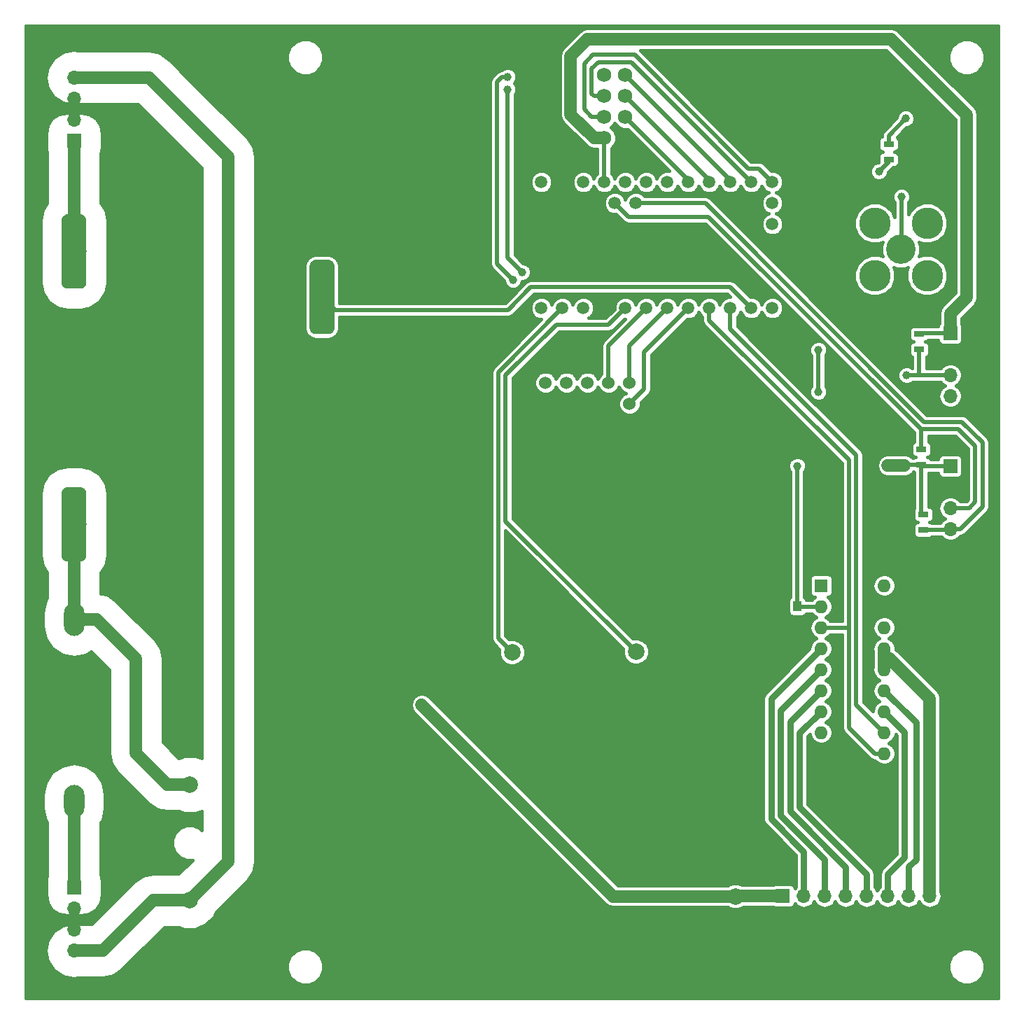
<source format=gbr>
G04 #@! TF.GenerationSoftware,KiCad,Pcbnew,no-vcs-found-1848834~58~ubuntu16.04.1*
G04 #@! TF.CreationDate,2017-06-18T23:28:25-07:00*
G04 #@! TF.ProjectId,DrGreenThumb,4472477265656E5468756D622E6B6963,rev?*
G04 #@! TF.FileFunction,Copper,L2,Bot,Signal*
G04 #@! TF.FilePolarity,Positive*
%FSLAX46Y46*%
G04 Gerber Fmt 4.6, Leading zero omitted, Abs format (unit mm)*
G04 Created by KiCad (PCBNEW no-vcs-found-1848834~58~ubuntu16.04.1) date Sun Jun 18 23:28:25 2017*
%MOMM*%
%LPD*%
G01*
G04 APERTURE LIST*
%ADD10C,0.100000*%
%ADD11C,3.810000*%
%ADD12C,3.556000*%
%ADD13C,2.000000*%
%ADD14C,1.500000*%
%ADD15C,1.524000*%
%ADD16C,3.000000*%
%ADD17C,6.000000*%
%ADD18R,1.000000X1.250000*%
%ADD19O,2.500000X4.000000*%
%ADD20O,1.600000X1.600000*%
%ADD21R,1.600000X1.600000*%
%ADD22R,1.700000X1.700000*%
%ADD23O,1.700000X1.700000*%
%ADD24R,1.300000X0.700000*%
%ADD25C,1.750000*%
%ADD26C,1.000000*%
%ADD27C,0.500000*%
%ADD28C,1.500000*%
%ADD29C,0.750000*%
%ADD30C,0.400000*%
G04 APERTURE END LIST*
D10*
D11*
X153848958Y-75072059D03*
X160198958Y-75072059D03*
X153848958Y-81422059D03*
D12*
X157023958Y-78247059D03*
D11*
X160198958Y-81422059D03*
D13*
X124984000Y-126904000D03*
X130064000Y-131984000D03*
X115080000Y-132080000D03*
X110000000Y-127000000D03*
D14*
X124968000Y-72644000D03*
X122428000Y-72644000D03*
X141478000Y-77724000D03*
X141478000Y-75184000D03*
X141478000Y-72644000D03*
X113538000Y-70104000D03*
X116078000Y-70104000D03*
X118618000Y-70104000D03*
X121158000Y-70104000D03*
X123698000Y-70104000D03*
X126238000Y-70104000D03*
X128778000Y-70104000D03*
X131318000Y-70104000D03*
X133858000Y-70104000D03*
X136398000Y-70104000D03*
X138938000Y-70104000D03*
X141478000Y-70104000D03*
X141478000Y-85344000D03*
X138938000Y-85344000D03*
X136398000Y-85344000D03*
X133858000Y-85344000D03*
X131318000Y-85344000D03*
X128778000Y-85344000D03*
X126238000Y-85344000D03*
X123698000Y-85344000D03*
X121158000Y-85344000D03*
X118618000Y-85344000D03*
X116078000Y-85344000D03*
X113538000Y-85344000D03*
D15*
X111506000Y-94380000D03*
X114046000Y-94380000D03*
X116586000Y-94380000D03*
X119126000Y-94380000D03*
X121666000Y-94380000D03*
X124206000Y-94380000D03*
X124206000Y-96920000D03*
D16*
X70000000Y-164000000D03*
D13*
X71000000Y-143000000D03*
X71000000Y-157000000D03*
D17*
X135000000Y-138000000D03*
D13*
X137000000Y-147500000D03*
X137000000Y-156500000D03*
D18*
X144510000Y-121412000D03*
X142510000Y-121412000D03*
D19*
X57000000Y-123000000D03*
X57000000Y-145000000D03*
D20*
X155000000Y-118920000D03*
X147380000Y-141780000D03*
X155000000Y-121460000D03*
X147380000Y-139240000D03*
X155000000Y-124000000D03*
X147380000Y-136700000D03*
X155000000Y-126540000D03*
X147380000Y-134160000D03*
X155000000Y-129080000D03*
X147380000Y-131620000D03*
X155000000Y-131620000D03*
X147380000Y-129080000D03*
X155000000Y-134160000D03*
X147380000Y-126540000D03*
X155000000Y-136700000D03*
X147380000Y-124000000D03*
X155000000Y-139240000D03*
X147380000Y-121460000D03*
X155000000Y-141780000D03*
D21*
X147380000Y-118920000D03*
D22*
X57000000Y-155460000D03*
D23*
X57000000Y-158000000D03*
X57000000Y-160540000D03*
X57000000Y-163080000D03*
X163000000Y-112080000D03*
X163000000Y-109540000D03*
X163000000Y-107000000D03*
D22*
X163000000Y-104460000D03*
X163000000Y-88380000D03*
D23*
X163000000Y-90920000D03*
X163000000Y-93460000D03*
X163000000Y-96000000D03*
X57000000Y-57460000D03*
X57000000Y-60000000D03*
X57000000Y-62540000D03*
D22*
X57000000Y-65080000D03*
D23*
X160528000Y-156464000D03*
X157988000Y-156464000D03*
X155448000Y-156464000D03*
X152908000Y-156464000D03*
X150368000Y-156464000D03*
X147828000Y-156464000D03*
X145288000Y-156464000D03*
D22*
X142748000Y-156464000D03*
D24*
X159258000Y-88458000D03*
X159258000Y-90358000D03*
X159512000Y-102428000D03*
X159512000Y-104328000D03*
X159766000Y-110302000D03*
X159766000Y-112202000D03*
X155550758Y-67395260D03*
X155550758Y-65495260D03*
D25*
X123698000Y-64770000D03*
X121158000Y-64770000D03*
X123698000Y-62230000D03*
X121158000Y-62230000D03*
X123698000Y-59690000D03*
X121158000Y-59690000D03*
X123698000Y-57150000D03*
X121158000Y-57150000D03*
D10*
G36*
X57823513Y-74003611D02*
X57896318Y-74014411D01*
X57967714Y-74032295D01*
X58037013Y-74057090D01*
X58103548Y-74088559D01*
X58166678Y-74126398D01*
X58225795Y-74170242D01*
X58280330Y-74219670D01*
X58329758Y-74274205D01*
X58373602Y-74333322D01*
X58411441Y-74396452D01*
X58442910Y-74462987D01*
X58467705Y-74532286D01*
X58485589Y-74603682D01*
X58496389Y-74676487D01*
X58500000Y-74750000D01*
X58500000Y-82250000D01*
X58496389Y-82323513D01*
X58485589Y-82396318D01*
X58467705Y-82467714D01*
X58442910Y-82537013D01*
X58411441Y-82603548D01*
X58373602Y-82666678D01*
X58329758Y-82725795D01*
X58280330Y-82780330D01*
X58225795Y-82829758D01*
X58166678Y-82873602D01*
X58103548Y-82911441D01*
X58037013Y-82942910D01*
X57967714Y-82967705D01*
X57896318Y-82985589D01*
X57823513Y-82996389D01*
X57750000Y-83000000D01*
X56250000Y-83000000D01*
X56176487Y-82996389D01*
X56103682Y-82985589D01*
X56032286Y-82967705D01*
X55962987Y-82942910D01*
X55896452Y-82911441D01*
X55833322Y-82873602D01*
X55774205Y-82829758D01*
X55719670Y-82780330D01*
X55670242Y-82725795D01*
X55626398Y-82666678D01*
X55588559Y-82603548D01*
X55557090Y-82537013D01*
X55532295Y-82467714D01*
X55514411Y-82396318D01*
X55503611Y-82323513D01*
X55500000Y-82250000D01*
X55500000Y-74750000D01*
X55503611Y-74676487D01*
X55514411Y-74603682D01*
X55532295Y-74532286D01*
X55557090Y-74462987D01*
X55588559Y-74396452D01*
X55626398Y-74333322D01*
X55670242Y-74274205D01*
X55719670Y-74219670D01*
X55774205Y-74170242D01*
X55833322Y-74126398D01*
X55896452Y-74088559D01*
X55962987Y-74057090D01*
X56032286Y-74032295D01*
X56103682Y-74014411D01*
X56176487Y-74003611D01*
X56250000Y-74000000D01*
X57750000Y-74000000D01*
X57823513Y-74003611D01*
X57823513Y-74003611D01*
G37*
D16*
X57000000Y-78500000D03*
D10*
G36*
X57823513Y-107003611D02*
X57896318Y-107014411D01*
X57967714Y-107032295D01*
X58037013Y-107057090D01*
X58103548Y-107088559D01*
X58166678Y-107126398D01*
X58225795Y-107170242D01*
X58280330Y-107219670D01*
X58329758Y-107274205D01*
X58373602Y-107333322D01*
X58411441Y-107396452D01*
X58442910Y-107462987D01*
X58467705Y-107532286D01*
X58485589Y-107603682D01*
X58496389Y-107676487D01*
X58500000Y-107750000D01*
X58500000Y-115250000D01*
X58496389Y-115323513D01*
X58485589Y-115396318D01*
X58467705Y-115467714D01*
X58442910Y-115537013D01*
X58411441Y-115603548D01*
X58373602Y-115666678D01*
X58329758Y-115725795D01*
X58280330Y-115780330D01*
X58225795Y-115829758D01*
X58166678Y-115873602D01*
X58103548Y-115911441D01*
X58037013Y-115942910D01*
X57967714Y-115967705D01*
X57896318Y-115985589D01*
X57823513Y-115996389D01*
X57750000Y-116000000D01*
X56250000Y-116000000D01*
X56176487Y-115996389D01*
X56103682Y-115985589D01*
X56032286Y-115967705D01*
X55962987Y-115942910D01*
X55896452Y-115911441D01*
X55833322Y-115873602D01*
X55774205Y-115829758D01*
X55719670Y-115780330D01*
X55670242Y-115725795D01*
X55626398Y-115666678D01*
X55588559Y-115603548D01*
X55557090Y-115537013D01*
X55532295Y-115467714D01*
X55514411Y-115396318D01*
X55503611Y-115323513D01*
X55500000Y-115250000D01*
X55500000Y-107750000D01*
X55503611Y-107676487D01*
X55514411Y-107603682D01*
X55532295Y-107532286D01*
X55557090Y-107462987D01*
X55588559Y-107396452D01*
X55626398Y-107333322D01*
X55670242Y-107274205D01*
X55719670Y-107219670D01*
X55774205Y-107170242D01*
X55833322Y-107126398D01*
X55896452Y-107088559D01*
X55962987Y-107057090D01*
X56032286Y-107032295D01*
X56103682Y-107014411D01*
X56176487Y-107003611D01*
X56250000Y-107000000D01*
X57750000Y-107000000D01*
X57823513Y-107003611D01*
X57823513Y-107003611D01*
G37*
D16*
X57000000Y-111500000D03*
D10*
G36*
X87823513Y-79503611D02*
X87896318Y-79514411D01*
X87967714Y-79532295D01*
X88037013Y-79557090D01*
X88103548Y-79588559D01*
X88166678Y-79626398D01*
X88225795Y-79670242D01*
X88280330Y-79719670D01*
X88329758Y-79774205D01*
X88373602Y-79833322D01*
X88411441Y-79896452D01*
X88442910Y-79962987D01*
X88467705Y-80032286D01*
X88485589Y-80103682D01*
X88496389Y-80176487D01*
X88500000Y-80250000D01*
X88500000Y-87750000D01*
X88496389Y-87823513D01*
X88485589Y-87896318D01*
X88467705Y-87967714D01*
X88442910Y-88037013D01*
X88411441Y-88103548D01*
X88373602Y-88166678D01*
X88329758Y-88225795D01*
X88280330Y-88280330D01*
X88225795Y-88329758D01*
X88166678Y-88373602D01*
X88103548Y-88411441D01*
X88037013Y-88442910D01*
X87967714Y-88467705D01*
X87896318Y-88485589D01*
X87823513Y-88496389D01*
X87750000Y-88500000D01*
X86250000Y-88500000D01*
X86176487Y-88496389D01*
X86103682Y-88485589D01*
X86032286Y-88467705D01*
X85962987Y-88442910D01*
X85896452Y-88411441D01*
X85833322Y-88373602D01*
X85774205Y-88329758D01*
X85719670Y-88280330D01*
X85670242Y-88225795D01*
X85626398Y-88166678D01*
X85588559Y-88103548D01*
X85557090Y-88037013D01*
X85532295Y-87967714D01*
X85514411Y-87896318D01*
X85503611Y-87823513D01*
X85500000Y-87750000D01*
X85500000Y-80250000D01*
X85503611Y-80176487D01*
X85514411Y-80103682D01*
X85532295Y-80032286D01*
X85557090Y-79962987D01*
X85588559Y-79896452D01*
X85626398Y-79833322D01*
X85670242Y-79774205D01*
X85719670Y-79719670D01*
X85774205Y-79670242D01*
X85833322Y-79626398D01*
X85896452Y-79588559D01*
X85962987Y-79557090D01*
X86032286Y-79532295D01*
X86103682Y-79514411D01*
X86176487Y-79503611D01*
X86250000Y-79500000D01*
X87750000Y-79500000D01*
X87823513Y-79503611D01*
X87823513Y-79503611D01*
G37*
D16*
X87000000Y-84000000D03*
D10*
G36*
X87823513Y-101503611D02*
X87896318Y-101514411D01*
X87967714Y-101532295D01*
X88037013Y-101557090D01*
X88103548Y-101588559D01*
X88166678Y-101626398D01*
X88225795Y-101670242D01*
X88280330Y-101719670D01*
X88329758Y-101774205D01*
X88373602Y-101833322D01*
X88411441Y-101896452D01*
X88442910Y-101962987D01*
X88467705Y-102032286D01*
X88485589Y-102103682D01*
X88496389Y-102176487D01*
X88500000Y-102250000D01*
X88500000Y-109750000D01*
X88496389Y-109823513D01*
X88485589Y-109896318D01*
X88467705Y-109967714D01*
X88442910Y-110037013D01*
X88411441Y-110103548D01*
X88373602Y-110166678D01*
X88329758Y-110225795D01*
X88280330Y-110280330D01*
X88225795Y-110329758D01*
X88166678Y-110373602D01*
X88103548Y-110411441D01*
X88037013Y-110442910D01*
X87967714Y-110467705D01*
X87896318Y-110485589D01*
X87823513Y-110496389D01*
X87750000Y-110500000D01*
X86250000Y-110500000D01*
X86176487Y-110496389D01*
X86103682Y-110485589D01*
X86032286Y-110467705D01*
X85962987Y-110442910D01*
X85896452Y-110411441D01*
X85833322Y-110373602D01*
X85774205Y-110329758D01*
X85719670Y-110280330D01*
X85670242Y-110225795D01*
X85626398Y-110166678D01*
X85588559Y-110103548D01*
X85557090Y-110037013D01*
X85532295Y-109967714D01*
X85514411Y-109896318D01*
X85503611Y-109823513D01*
X85500000Y-109750000D01*
X85500000Y-102250000D01*
X85503611Y-102176487D01*
X85514411Y-102103682D01*
X85532295Y-102032286D01*
X85557090Y-101962987D01*
X85588559Y-101896452D01*
X85626398Y-101833322D01*
X85670242Y-101774205D01*
X85719670Y-101719670D01*
X85774205Y-101670242D01*
X85833322Y-101626398D01*
X85896452Y-101588559D01*
X85962987Y-101557090D01*
X86032286Y-101532295D01*
X86103682Y-101514411D01*
X86176487Y-101503611D01*
X86250000Y-101500000D01*
X87750000Y-101500000D01*
X87823513Y-101503611D01*
X87823513Y-101503611D01*
G37*
D16*
X87000000Y-106000000D03*
D26*
X155448000Y-104394000D03*
X147066000Y-90424000D03*
X147066000Y-95504000D03*
X144526000Y-104460000D03*
X152908000Y-89154000D03*
X111636000Y-107442000D03*
X130810000Y-91186000D03*
X151054958Y-68096260D03*
X162738958Y-69747260D03*
X162680991Y-67334260D03*
X159309958Y-68858260D03*
X99060000Y-133350000D03*
X157734000Y-93472000D03*
X109474000Y-58927992D03*
X111200013Y-81000000D03*
X110109000Y-81915000D03*
X109474014Y-57404000D03*
X155832014Y-52832000D03*
X157607000Y-62420500D03*
X154368500Y-68834000D03*
X157099000Y-71882000D03*
D27*
X157480000Y-104394000D02*
X157546000Y-104328000D01*
X157546000Y-104328000D02*
X159512000Y-104328000D01*
D28*
X155448000Y-104394000D02*
X157480000Y-104394000D01*
D27*
X147066000Y-95504000D02*
X147066000Y-90424000D01*
X159512000Y-104328000D02*
X159512000Y-110048000D01*
X159512000Y-110048000D02*
X159766000Y-110302000D01*
X163000000Y-104460000D02*
X159644000Y-104460000D01*
X159644000Y-104460000D02*
X159512000Y-104328000D01*
X144510000Y-121412000D02*
X144510000Y-104476000D01*
X144510000Y-104476000D02*
X144526000Y-104460000D01*
X147380000Y-121460000D02*
X144558000Y-121460000D01*
X144558000Y-121460000D02*
X144510000Y-121412000D01*
D28*
X141478000Y-77724000D02*
X152908000Y-89154000D01*
X141478000Y-77724000D02*
X143276000Y-77724000D01*
X143276000Y-77724000D02*
X151054958Y-69945042D01*
X151054958Y-69945042D02*
X151054958Y-68096260D01*
X157701736Y-68858260D02*
X155744778Y-70815218D01*
X159309958Y-68858260D02*
X157701736Y-68858260D01*
X155744778Y-70815218D02*
X151054958Y-70815218D01*
D29*
X111506000Y-94380000D02*
X111506000Y-107312000D01*
X111506000Y-107312000D02*
X111636000Y-107442000D01*
D27*
X130064000Y-131984000D02*
X135000000Y-136920000D01*
X135000000Y-136920000D02*
X135000000Y-138000000D01*
D28*
X107774000Y-138000000D02*
X115062000Y-138000000D01*
X115062000Y-138000000D02*
X135000000Y-138000000D01*
D27*
X115080000Y-132080000D02*
X115080000Y-137982000D01*
X115080000Y-137982000D02*
X115062000Y-138000000D01*
D28*
X87000000Y-106000000D02*
X87000000Y-117226000D01*
X87000000Y-117226000D02*
X107774000Y-138000000D01*
X135000000Y-138000000D02*
X135000000Y-121412000D01*
X135000000Y-121412000D02*
X135000000Y-95000000D01*
D27*
X142510000Y-121412000D02*
X135000000Y-121412000D01*
D28*
X135000000Y-95000000D02*
X131186000Y-91186000D01*
X131186000Y-91186000D02*
X130810000Y-91186000D01*
X151054958Y-68096260D02*
X151054958Y-70815218D01*
D27*
X159690958Y-68858260D02*
X161214958Y-67334260D01*
X161214958Y-67334260D02*
X162680991Y-67334260D01*
X159309958Y-68858260D02*
X159690958Y-68858260D01*
X159690958Y-68858260D02*
X160579958Y-69747260D01*
X160579958Y-69747260D02*
X162738958Y-69747260D01*
D28*
X137000000Y-147500000D02*
X137000000Y-140000000D01*
X137000000Y-140000000D02*
X135000000Y-138000000D01*
X122210000Y-156500000D02*
X99060000Y-133350000D01*
X137000000Y-156500000D02*
X122210000Y-156500000D01*
X142748000Y-156464000D02*
X137036000Y-156464000D01*
X137036000Y-156464000D02*
X137000000Y-156500000D01*
D27*
X136398000Y-82804000D02*
X138938000Y-85344000D01*
X112268000Y-82804000D02*
X136398000Y-82804000D01*
X88570710Y-85570710D02*
X109501290Y-85570710D01*
X109501290Y-85570710D02*
X112268000Y-82804000D01*
X87000000Y-84000000D02*
X88570710Y-85570710D01*
D28*
X71000000Y-143000000D02*
X68324000Y-143000000D01*
X68324000Y-143000000D02*
X64516000Y-139192000D01*
X64516000Y-139192000D02*
X64516000Y-127766000D01*
X64516000Y-127766000D02*
X59750000Y-123000000D01*
X59750000Y-123000000D02*
X57000000Y-123000000D01*
X57000000Y-123000000D02*
X57000000Y-111500000D01*
X57000000Y-65080000D02*
X57000000Y-78500000D01*
D27*
X133858000Y-86868000D02*
X133858000Y-85344000D01*
X150737989Y-123952000D02*
X150737989Y-103747989D01*
X150737989Y-103747989D02*
X133858000Y-86868000D01*
X150737989Y-136109359D02*
X150737989Y-123952000D01*
X147380000Y-124000000D02*
X150689989Y-124000000D01*
X150689989Y-124000000D02*
X150737989Y-123952000D01*
X153868630Y-139240000D02*
X150737989Y-136109359D01*
X155000000Y-139240000D02*
X153868630Y-139240000D01*
X155000000Y-136700000D02*
X151638000Y-133338000D01*
X151638000Y-133338000D02*
X151638000Y-103124000D01*
X151638000Y-103124000D02*
X136398000Y-87884000D01*
X136398000Y-87884000D02*
X136398000Y-85344000D01*
X157734000Y-93472000D02*
X159258000Y-93472000D01*
X159258000Y-93472000D02*
X162988000Y-93472000D01*
X159258000Y-90358000D02*
X159258000Y-93472000D01*
X162988000Y-93472000D02*
X163000000Y-93460000D01*
X121158000Y-62230000D02*
X119634000Y-62230000D01*
X119634000Y-62230000D02*
X118732988Y-61328988D01*
X118732988Y-61328988D02*
X118732988Y-55765012D01*
X118732988Y-55765012D02*
X119773012Y-54724988D01*
X124831796Y-54724990D02*
X138559806Y-68453000D01*
X138559806Y-68453000D02*
X139827000Y-68453000D01*
X119773012Y-54724988D02*
X124831796Y-54724990D01*
X139827000Y-68453000D02*
X141478000Y-70104000D01*
X109474000Y-58927992D02*
X109474000Y-79273987D01*
X109474000Y-79273987D02*
X111200013Y-81000000D01*
X121158000Y-59690000D02*
X119920564Y-59690000D01*
X124458999Y-55624999D02*
X138938000Y-70104000D01*
X119920564Y-59690000D02*
X119632999Y-59402435D01*
X119632999Y-59402435D02*
X119632999Y-56417999D01*
X119632999Y-56417999D02*
X120425999Y-55624999D01*
X120425999Y-55624999D02*
X124458999Y-55624999D01*
X123698000Y-57150000D02*
X136398000Y-69850000D01*
X136398000Y-69850000D02*
X136398000Y-70104000D01*
X109609001Y-81415001D02*
X110109000Y-81915000D01*
X108204000Y-80010000D02*
X109609001Y-81415001D01*
X108766908Y-57404000D02*
X108204000Y-57966908D01*
X109474014Y-57404000D02*
X108766908Y-57404000D01*
X108204000Y-57966908D02*
X108204000Y-80010000D01*
X123698000Y-59690000D02*
X133858000Y-69850000D01*
X133858000Y-69850000D02*
X133858000Y-70104000D01*
X123698000Y-62230000D02*
X131318000Y-69850000D01*
X131318000Y-69850000D02*
X131318000Y-70104000D01*
D28*
X121158000Y-64770000D02*
X119920564Y-64770000D01*
X119920564Y-64770000D02*
X117094000Y-61943436D01*
X117094000Y-61943436D02*
X117094000Y-54864000D01*
X117094000Y-54864000D02*
X119126000Y-52832000D01*
X119126000Y-52832000D02*
X155832014Y-52832000D01*
X155832014Y-52832000D02*
X165000014Y-62000000D01*
X165000000Y-63000000D02*
X165000014Y-62999986D01*
X165000014Y-62999986D02*
X165000014Y-62000000D01*
X165000000Y-63000000D02*
X165000000Y-84030000D01*
X165000000Y-84030000D02*
X163000000Y-86030000D01*
X163000000Y-86030000D02*
X163000000Y-88380000D01*
D27*
X163000000Y-88380000D02*
X159336000Y-88380000D01*
X159336000Y-88380000D02*
X159258000Y-88458000D01*
X121158000Y-64770000D02*
X121158000Y-70104000D01*
X124090011Y-74306011D02*
X133742011Y-74306011D01*
X122428000Y-72644000D02*
X124090011Y-74306011D01*
X133742011Y-74306011D02*
X159436000Y-100000000D01*
X159436000Y-100000000D02*
X159512000Y-100000000D01*
X159512000Y-102428000D02*
X159512000Y-100000000D01*
X159512000Y-100000000D02*
X164000000Y-100000000D01*
X166000000Y-102000000D02*
X166000000Y-108828000D01*
X165288000Y-109540000D02*
X163000000Y-109540000D01*
X164000000Y-100000000D02*
X166000000Y-102000000D01*
X166000000Y-108828000D02*
X165288000Y-109540000D01*
X133352806Y-72644000D02*
X124968000Y-72644000D01*
X166900011Y-101627204D02*
X164372796Y-99099989D01*
X166900011Y-109382070D02*
X166900011Y-101627204D01*
X159808795Y-99099989D02*
X133352806Y-72644000D01*
X164202081Y-112080000D02*
X166900011Y-109382070D01*
X163000000Y-112080000D02*
X164202081Y-112080000D01*
X164372796Y-99099989D02*
X159808795Y-99099989D01*
X159766000Y-112202000D02*
X162878000Y-112202000D01*
X162878000Y-112202000D02*
X163000000Y-112080000D01*
D28*
X66583500Y-157000000D02*
X60503500Y-163080000D01*
X60503500Y-163080000D02*
X57000000Y-163080000D01*
X71000000Y-157000000D02*
X66583500Y-157000000D01*
X57000000Y-57460000D02*
X66096000Y-57460000D01*
X75692000Y-67056000D02*
X75692000Y-152308000D01*
X66096000Y-57460000D02*
X75692000Y-67056000D01*
X75692000Y-152308000D02*
X71000000Y-157000000D01*
D27*
X157607000Y-62420500D02*
X155550758Y-64476742D01*
X155550758Y-64476742D02*
X155550758Y-65495260D01*
X154368500Y-68834000D02*
X155550758Y-67651742D01*
X155550758Y-67651742D02*
X155550758Y-67395260D01*
D28*
X155000000Y-127762000D02*
X155702000Y-127762000D01*
X155702000Y-127762000D02*
X160528000Y-132588000D01*
X160528000Y-132588000D02*
X160528000Y-156464000D01*
X155000000Y-127762000D02*
X155000000Y-129080000D01*
X155000000Y-126540000D02*
X155000000Y-127762000D01*
D29*
X157988000Y-152908000D02*
X158837999Y-152058001D01*
X158837999Y-135457999D02*
X155000000Y-131620000D01*
X157988000Y-156464000D02*
X157988000Y-152908000D01*
X158837999Y-152058001D02*
X158837999Y-135457999D01*
X157480000Y-136640000D02*
X155000000Y-134160000D01*
X157480000Y-151789639D02*
X157480000Y-136640000D01*
X155448000Y-153821639D02*
X157480000Y-151789639D01*
X155448000Y-156464000D02*
X155448000Y-153821639D01*
X144780000Y-145742918D02*
X144780000Y-136760000D01*
X152908000Y-156464000D02*
X152908000Y-153870918D01*
X144780000Y-136760000D02*
X147380000Y-134160000D01*
X152908000Y-153870918D02*
X144780000Y-145742918D01*
X143629989Y-146219268D02*
X143629989Y-135370011D01*
X150368000Y-152957279D02*
X143629989Y-146219268D01*
X143629989Y-135370011D02*
X147380000Y-131620000D01*
X150368000Y-156464000D02*
X150368000Y-152957279D01*
X147828000Y-156464000D02*
X147828000Y-152043640D01*
X142479978Y-133980022D02*
X147380000Y-129080000D01*
X142479978Y-146695618D02*
X142479978Y-133980022D01*
X147828000Y-152043640D02*
X142479978Y-146695618D01*
X145288000Y-156464000D02*
X145288000Y-151130000D01*
X145288000Y-151130000D02*
X141329967Y-147171967D01*
X141329967Y-132590033D02*
X147380000Y-126540000D01*
X141329967Y-147171967D02*
X141329967Y-132590033D01*
D28*
X57000000Y-145000000D02*
X57000000Y-155460000D01*
D27*
X157099000Y-71882000D02*
X157099000Y-78172017D01*
X157099000Y-78172017D02*
X157023958Y-78247059D01*
X124206000Y-89916000D02*
X124206000Y-94380000D01*
X124206000Y-89916000D02*
X128778000Y-85344000D01*
X126238000Y-85344000D02*
X121666000Y-89916000D01*
X121666000Y-89916000D02*
X121666000Y-94380000D01*
X131318000Y-85344000D02*
X125984000Y-90678000D01*
X125984000Y-90678000D02*
X125984000Y-95142000D01*
X125984000Y-95142000D02*
X124206000Y-96920000D01*
X121666000Y-87376000D02*
X115318806Y-87376000D01*
X123698000Y-85344000D02*
X121666000Y-87376000D01*
X115318806Y-87376000D02*
X109220000Y-93474806D01*
X109220000Y-111140000D02*
X124984000Y-126904000D01*
X109220000Y-93474806D02*
X109220000Y-111140000D01*
X108319989Y-125319989D02*
X110000000Y-127000000D01*
X108319989Y-93102011D02*
X108319989Y-125319989D01*
X116078000Y-85344000D02*
X108319989Y-93102011D01*
D30*
G36*
X168800000Y-168800000D02*
X51200000Y-168800000D01*
X51200000Y-144161840D01*
X53250000Y-144161840D01*
X53250000Y-145838160D01*
X53535452Y-147273223D01*
X53750000Y-147594317D01*
X53750000Y-153861041D01*
X53601023Y-154610000D01*
X53601023Y-156310000D01*
X53795052Y-157285451D01*
X54347601Y-158112399D01*
X55174549Y-158664948D01*
X56150000Y-158858977D01*
X57850000Y-158858977D01*
X58825451Y-158664948D01*
X59652399Y-158112399D01*
X60204948Y-157285451D01*
X60398977Y-156310000D01*
X60398977Y-154610000D01*
X60250000Y-153861041D01*
X60250000Y-147594317D01*
X60464548Y-147273223D01*
X60750000Y-145838160D01*
X60750000Y-144161840D01*
X60464548Y-142726777D01*
X59651650Y-141510190D01*
X58435063Y-140697292D01*
X57000000Y-140411840D01*
X55564937Y-140697292D01*
X54348350Y-141510190D01*
X53535452Y-142726777D01*
X53250000Y-144161840D01*
X51200000Y-144161840D01*
X51200000Y-107750000D01*
X52951023Y-107750000D01*
X52951023Y-115250000D01*
X53202143Y-116512464D01*
X53750000Y-117332390D01*
X53750000Y-120405683D01*
X53535452Y-120726777D01*
X53250000Y-122161840D01*
X53250000Y-123838160D01*
X53535452Y-125273223D01*
X54348350Y-126489810D01*
X55564937Y-127302708D01*
X57000000Y-127588160D01*
X58435063Y-127302708D01*
X59047378Y-126893572D01*
X61266000Y-129112194D01*
X61266000Y-139192000D01*
X61513392Y-140435721D01*
X62217903Y-141490097D01*
X66025903Y-145298097D01*
X67080279Y-146002608D01*
X68324000Y-146250000D01*
X69700153Y-146250000D01*
X70300753Y-146499391D01*
X71693139Y-146500606D01*
X72442000Y-146191183D01*
X72442000Y-148472076D01*
X72191107Y-148220745D01*
X71419548Y-147900366D01*
X70584117Y-147899637D01*
X69812000Y-148218669D01*
X69220745Y-148808893D01*
X68900366Y-149580452D01*
X68899637Y-150415883D01*
X69218669Y-151188000D01*
X69808893Y-151779255D01*
X70580452Y-152099634D01*
X71303541Y-152100265D01*
X69653806Y-153750000D01*
X66583500Y-153750000D01*
X65339779Y-153997392D01*
X64285403Y-154701903D01*
X59157306Y-159830000D01*
X57568363Y-159830000D01*
X57065630Y-159730000D01*
X56934370Y-159730000D01*
X55652381Y-159985004D01*
X54565562Y-160711192D01*
X53839374Y-161798011D01*
X53584370Y-163080000D01*
X53839374Y-164361989D01*
X54565562Y-165448808D01*
X55652381Y-166174996D01*
X56934370Y-166430000D01*
X57065630Y-166430000D01*
X57568363Y-166330000D01*
X60503500Y-166330000D01*
X61747221Y-166082608D01*
X62715407Y-165435687D01*
X82799619Y-165435687D01*
X83133843Y-166244572D01*
X83752173Y-166863982D01*
X84560473Y-167199618D01*
X85435687Y-167200381D01*
X86244572Y-166866157D01*
X86863982Y-166247827D01*
X87199618Y-165439527D01*
X87199621Y-165435687D01*
X162799619Y-165435687D01*
X163133843Y-166244572D01*
X163752173Y-166863982D01*
X164560473Y-167199618D01*
X165435687Y-167200381D01*
X166244572Y-166866157D01*
X166863982Y-166247827D01*
X167199618Y-165439527D01*
X167200381Y-164564313D01*
X166866157Y-163755428D01*
X166247827Y-163136018D01*
X165439527Y-162800382D01*
X164564313Y-162799619D01*
X163755428Y-163133843D01*
X163136018Y-163752173D01*
X162800382Y-164560473D01*
X162799619Y-165435687D01*
X87199621Y-165435687D01*
X87200381Y-164564313D01*
X86866157Y-163755428D01*
X86247827Y-163136018D01*
X85439527Y-162800382D01*
X84564313Y-162799619D01*
X83755428Y-163133843D01*
X83136018Y-163752173D01*
X82800382Y-164560473D01*
X82799619Y-165435687D01*
X62715407Y-165435687D01*
X62801597Y-165378097D01*
X67929694Y-160250000D01*
X69700153Y-160250000D01*
X70300753Y-160499391D01*
X71693139Y-160500606D01*
X72980001Y-159968886D01*
X73965425Y-158985179D01*
X74217089Y-158379105D01*
X77990097Y-154606097D01*
X78694608Y-153551721D01*
X78942000Y-152308000D01*
X78942000Y-80250000D01*
X84888246Y-80250000D01*
X84888246Y-87750000D01*
X84991903Y-88271121D01*
X85287095Y-88712905D01*
X85728879Y-89008097D01*
X86250000Y-89111754D01*
X87750000Y-89111754D01*
X88271121Y-89008097D01*
X88712905Y-88712905D01*
X89008097Y-88271121D01*
X89111754Y-87750000D01*
X89111754Y-86420710D01*
X109501290Y-86420710D01*
X109826571Y-86356008D01*
X110102331Y-86171751D01*
X112620082Y-83654000D01*
X136045918Y-83654000D01*
X136385907Y-83993989D01*
X136130647Y-83993766D01*
X135634285Y-84198858D01*
X135254193Y-84578288D01*
X135127944Y-84882330D01*
X135003142Y-84580285D01*
X134623712Y-84200193D01*
X134127710Y-83994235D01*
X133590647Y-83993766D01*
X133094285Y-84198858D01*
X132714193Y-84578288D01*
X132587944Y-84882330D01*
X132463142Y-84580285D01*
X132083712Y-84200193D01*
X131587710Y-83994235D01*
X131050647Y-83993766D01*
X130554285Y-84198858D01*
X130174193Y-84578288D01*
X130047944Y-84882330D01*
X129923142Y-84580285D01*
X129543712Y-84200193D01*
X129047710Y-83994235D01*
X128510647Y-83993766D01*
X128014285Y-84198858D01*
X127634193Y-84578288D01*
X127507944Y-84882330D01*
X127383142Y-84580285D01*
X127003712Y-84200193D01*
X126507710Y-83994235D01*
X125970647Y-83993766D01*
X125474285Y-84198858D01*
X125094193Y-84578288D01*
X124967944Y-84882330D01*
X124843142Y-84580285D01*
X124463712Y-84200193D01*
X123967710Y-83994235D01*
X123430647Y-83993766D01*
X122934285Y-84198858D01*
X122554193Y-84578288D01*
X122348235Y-85074290D01*
X122347870Y-85492048D01*
X121313918Y-86526000D01*
X119292512Y-86526000D01*
X119381715Y-86489142D01*
X119761807Y-86109712D01*
X119967765Y-85613710D01*
X119968234Y-85076647D01*
X119763142Y-84580285D01*
X119383712Y-84200193D01*
X118887710Y-83994235D01*
X118350647Y-83993766D01*
X117854285Y-84198858D01*
X117474193Y-84578288D01*
X117347944Y-84882330D01*
X117223142Y-84580285D01*
X116843712Y-84200193D01*
X116347710Y-83994235D01*
X115810647Y-83993766D01*
X115314285Y-84198858D01*
X114934193Y-84578288D01*
X114807944Y-84882330D01*
X114683142Y-84580285D01*
X114303712Y-84200193D01*
X113807710Y-83994235D01*
X113270647Y-83993766D01*
X112774285Y-84198858D01*
X112394193Y-84578288D01*
X112188235Y-85074290D01*
X112187766Y-85611353D01*
X112392858Y-86107715D01*
X112772288Y-86487807D01*
X113268290Y-86693765D01*
X113525928Y-86693990D01*
X107718948Y-92500970D01*
X107534691Y-92776730D01*
X107469989Y-93102011D01*
X107469989Y-125319989D01*
X107534691Y-125645270D01*
X107718948Y-125921030D01*
X108423159Y-126625241D01*
X108400278Y-126680344D01*
X108399723Y-127316863D01*
X108642795Y-127905143D01*
X109092489Y-128355623D01*
X109680344Y-128599722D01*
X110316863Y-128600277D01*
X110905143Y-128357205D01*
X111355623Y-127907511D01*
X111599722Y-127319656D01*
X111600277Y-126683137D01*
X111357205Y-126094857D01*
X110907511Y-125644377D01*
X110319656Y-125400278D01*
X109683137Y-125399723D01*
X109625585Y-125423503D01*
X109169989Y-124967907D01*
X109169989Y-112292071D01*
X123407159Y-126529240D01*
X123384278Y-126584344D01*
X123383723Y-127220863D01*
X123626795Y-127809143D01*
X124076489Y-128259623D01*
X124664344Y-128503722D01*
X125300863Y-128504277D01*
X125889143Y-128261205D01*
X126339623Y-127811511D01*
X126583722Y-127223656D01*
X126584277Y-126587137D01*
X126341205Y-125998857D01*
X125891511Y-125548377D01*
X125303656Y-125304278D01*
X124667137Y-125303723D01*
X124609584Y-125327503D01*
X110070000Y-110787918D01*
X110070000Y-93826888D01*
X115670888Y-88226000D01*
X121666000Y-88226000D01*
X121991281Y-88161298D01*
X122267041Y-87977041D01*
X123550211Y-86693871D01*
X123685929Y-86693990D01*
X121064959Y-89314959D01*
X120880702Y-89590719D01*
X120816000Y-89916000D01*
X120816000Y-93304038D01*
X120512026Y-93607482D01*
X120395971Y-93886972D01*
X120281321Y-93609497D01*
X119898518Y-93226026D01*
X119398107Y-93018237D01*
X118856270Y-93017764D01*
X118355497Y-93224679D01*
X117972026Y-93607482D01*
X117855971Y-93886972D01*
X117741321Y-93609497D01*
X117358518Y-93226026D01*
X116858107Y-93018237D01*
X116316270Y-93017764D01*
X115815497Y-93224679D01*
X115432026Y-93607482D01*
X115315971Y-93886972D01*
X115201321Y-93609497D01*
X114818518Y-93226026D01*
X114318107Y-93018237D01*
X113776270Y-93017764D01*
X113275497Y-93224679D01*
X112892026Y-93607482D01*
X112684237Y-94107893D01*
X112683764Y-94649730D01*
X112890679Y-95150503D01*
X113273482Y-95533974D01*
X113773893Y-95741763D01*
X114315730Y-95742236D01*
X114816503Y-95535321D01*
X115199974Y-95152518D01*
X115316029Y-94873028D01*
X115430679Y-95150503D01*
X115813482Y-95533974D01*
X116313893Y-95741763D01*
X116855730Y-95742236D01*
X117356503Y-95535321D01*
X117739974Y-95152518D01*
X117856029Y-94873028D01*
X117970679Y-95150503D01*
X118353482Y-95533974D01*
X118853893Y-95741763D01*
X119395730Y-95742236D01*
X119896503Y-95535321D01*
X120279974Y-95152518D01*
X120396029Y-94873028D01*
X120510679Y-95150503D01*
X120893482Y-95533974D01*
X121393893Y-95741763D01*
X121935730Y-95742236D01*
X122436503Y-95535321D01*
X122819974Y-95152518D01*
X122936029Y-94873028D01*
X123050679Y-95150503D01*
X123433482Y-95533974D01*
X123712972Y-95650029D01*
X123435497Y-95764679D01*
X123052026Y-96147482D01*
X122844237Y-96647893D01*
X122843764Y-97189730D01*
X123050679Y-97690503D01*
X123433482Y-98073974D01*
X123933893Y-98281763D01*
X124475730Y-98282236D01*
X124976503Y-98075321D01*
X125359974Y-97692518D01*
X125567763Y-97192107D01*
X125568140Y-96759942D01*
X126585041Y-95743041D01*
X126769298Y-95467281D01*
X126834001Y-95142000D01*
X126834000Y-95141995D01*
X126834000Y-91030082D01*
X131170211Y-86693871D01*
X131585353Y-86694234D01*
X132081715Y-86489142D01*
X132461807Y-86109712D01*
X132588056Y-85805670D01*
X132712858Y-86107715D01*
X133008000Y-86403372D01*
X133008000Y-86868000D01*
X133072702Y-87193281D01*
X133256959Y-87469041D01*
X149887989Y-104100070D01*
X149887989Y-123150000D01*
X148490888Y-123150000D01*
X148397377Y-123010051D01*
X147978252Y-122730000D01*
X148397377Y-122449949D01*
X148700859Y-121995757D01*
X148807428Y-121460000D01*
X148700859Y-120924243D01*
X148397377Y-120470051D01*
X148188015Y-120330160D01*
X148414108Y-120285187D01*
X148612575Y-120152575D01*
X148745187Y-119954108D01*
X148791754Y-119720000D01*
X148791754Y-118120000D01*
X148745187Y-117885892D01*
X148612575Y-117687425D01*
X148414108Y-117554813D01*
X148180000Y-117508246D01*
X146580000Y-117508246D01*
X146345892Y-117554813D01*
X146147425Y-117687425D01*
X146014813Y-117885892D01*
X145968246Y-118120000D01*
X145968246Y-119720000D01*
X146014813Y-119954108D01*
X146147425Y-120152575D01*
X146345892Y-120285187D01*
X146571985Y-120330160D01*
X146362623Y-120470051D01*
X146269112Y-120610000D01*
X145586546Y-120610000D01*
X145575187Y-120552892D01*
X145442575Y-120354425D01*
X145360000Y-120299250D01*
X145360000Y-105181733D01*
X145457991Y-105083913D01*
X145625808Y-104679763D01*
X145626190Y-104242156D01*
X145459078Y-103837714D01*
X145149913Y-103528009D01*
X144745763Y-103360192D01*
X144308156Y-103359810D01*
X143903714Y-103526922D01*
X143594009Y-103836087D01*
X143426192Y-104240237D01*
X143425810Y-104677844D01*
X143592922Y-105082286D01*
X143660000Y-105149481D01*
X143660000Y-120299250D01*
X143577425Y-120354425D01*
X143444813Y-120552892D01*
X143398246Y-120787000D01*
X143398246Y-122037000D01*
X143444813Y-122271108D01*
X143577425Y-122469575D01*
X143775892Y-122602187D01*
X144010000Y-122648754D01*
X145010000Y-122648754D01*
X145244108Y-122602187D01*
X145442575Y-122469575D01*
X145549200Y-122310000D01*
X146269112Y-122310000D01*
X146362623Y-122449949D01*
X146781748Y-122730000D01*
X146362623Y-123010051D01*
X146059141Y-123464243D01*
X145952572Y-124000000D01*
X146059141Y-124535757D01*
X146362623Y-124989949D01*
X146781748Y-125270000D01*
X146362623Y-125550051D01*
X146059141Y-126004243D01*
X145952572Y-126540000D01*
X145960630Y-126580512D01*
X140640538Y-131900604D01*
X140429184Y-132216916D01*
X140362393Y-132552702D01*
X140354967Y-132590033D01*
X140354967Y-147171967D01*
X140429184Y-147545084D01*
X140640538Y-147861396D01*
X144313000Y-151533858D01*
X144313000Y-155376675D01*
X144262695Y-155410288D01*
X144190674Y-155518076D01*
X144163187Y-155379892D01*
X144030575Y-155181425D01*
X143832108Y-155048813D01*
X143598000Y-155002246D01*
X141898000Y-155002246D01*
X141663892Y-155048813D01*
X141566333Y-155114000D01*
X137834355Y-155114000D01*
X137319656Y-154900278D01*
X136683137Y-154899723D01*
X136094857Y-155142795D01*
X136087639Y-155150000D01*
X122769188Y-155150000D01*
X100014594Y-132395406D01*
X99576622Y-132102763D01*
X99060000Y-132000000D01*
X98543378Y-132102763D01*
X98105406Y-132395406D01*
X97812763Y-132833378D01*
X97710000Y-133350000D01*
X97812763Y-133866622D01*
X98105406Y-134304594D01*
X121255406Y-157454594D01*
X121693377Y-157747237D01*
X122210000Y-157850000D01*
X136086876Y-157850000D01*
X136092489Y-157855623D01*
X136680344Y-158099722D01*
X137316863Y-158100277D01*
X137905143Y-157857205D01*
X137948424Y-157814000D01*
X141566333Y-157814000D01*
X141663892Y-157879187D01*
X141898000Y-157925754D01*
X143598000Y-157925754D01*
X143832108Y-157879187D01*
X144030575Y-157746575D01*
X144163187Y-157548108D01*
X144190674Y-157409924D01*
X144262695Y-157517712D01*
X144733109Y-157832032D01*
X145288000Y-157942407D01*
X145842891Y-157832032D01*
X146313305Y-157517712D01*
X146558000Y-157151499D01*
X146802695Y-157517712D01*
X147273109Y-157832032D01*
X147828000Y-157942407D01*
X148382891Y-157832032D01*
X148853305Y-157517712D01*
X149098000Y-157151499D01*
X149342695Y-157517712D01*
X149813109Y-157832032D01*
X150368000Y-157942407D01*
X150922891Y-157832032D01*
X151393305Y-157517712D01*
X151638000Y-157151499D01*
X151882695Y-157517712D01*
X152353109Y-157832032D01*
X152908000Y-157942407D01*
X153462891Y-157832032D01*
X153933305Y-157517712D01*
X154178000Y-157151499D01*
X154422695Y-157517712D01*
X154893109Y-157832032D01*
X155448000Y-157942407D01*
X156002891Y-157832032D01*
X156473305Y-157517712D01*
X156718000Y-157151499D01*
X156962695Y-157517712D01*
X157433109Y-157832032D01*
X157988000Y-157942407D01*
X158542891Y-157832032D01*
X159013305Y-157517712D01*
X159258000Y-157151499D01*
X159502695Y-157517712D01*
X159973109Y-157832032D01*
X160528000Y-157942407D01*
X161082891Y-157832032D01*
X161553305Y-157517712D01*
X161867625Y-157047298D01*
X161978000Y-156492407D01*
X161978000Y-156435593D01*
X161878000Y-155932860D01*
X161878000Y-132588000D01*
X161844187Y-132418009D01*
X161775238Y-132071378D01*
X161482594Y-131633406D01*
X156656594Y-126807406D01*
X156407363Y-126640875D01*
X156427428Y-126540000D01*
X156320859Y-126004243D01*
X156017377Y-125550051D01*
X155598252Y-125270000D01*
X156017377Y-124989949D01*
X156320859Y-124535757D01*
X156427428Y-124000000D01*
X156320859Y-123464243D01*
X156017377Y-123010051D01*
X155563185Y-122706569D01*
X155027428Y-122600000D01*
X154972572Y-122600000D01*
X154436815Y-122706569D01*
X153982623Y-123010051D01*
X153679141Y-123464243D01*
X153572572Y-124000000D01*
X153679141Y-124535757D01*
X153982623Y-124989949D01*
X154401748Y-125270000D01*
X153982623Y-125550051D01*
X153679141Y-126004243D01*
X153572572Y-126540000D01*
X153650000Y-126929256D01*
X153650000Y-128690744D01*
X153572572Y-129080000D01*
X153679141Y-129615757D01*
X153982623Y-130069949D01*
X154401748Y-130350000D01*
X153982623Y-130630051D01*
X153679141Y-131084243D01*
X153572572Y-131620000D01*
X153679141Y-132155757D01*
X153982623Y-132609949D01*
X154401748Y-132890000D01*
X153982623Y-133170051D01*
X153679141Y-133624243D01*
X153587423Y-134085341D01*
X152488000Y-132985918D01*
X152488000Y-118920000D01*
X153572572Y-118920000D01*
X153679141Y-119455757D01*
X153982623Y-119909949D01*
X154436815Y-120213431D01*
X154972572Y-120320000D01*
X155027428Y-120320000D01*
X155563185Y-120213431D01*
X156017377Y-119909949D01*
X156320859Y-119455757D01*
X156427428Y-118920000D01*
X156320859Y-118384243D01*
X156017377Y-117930051D01*
X155563185Y-117626569D01*
X155027428Y-117520000D01*
X154972572Y-117520000D01*
X154436815Y-117626569D01*
X153982623Y-117930051D01*
X153679141Y-118384243D01*
X153572572Y-118920000D01*
X152488000Y-118920000D01*
X152488000Y-103124005D01*
X152488001Y-103124000D01*
X152423298Y-102798719D01*
X152239041Y-102522959D01*
X140357926Y-90641844D01*
X145965810Y-90641844D01*
X146132922Y-91046286D01*
X146216000Y-91129509D01*
X146216000Y-94798239D01*
X146134009Y-94880087D01*
X145966192Y-95284237D01*
X145965810Y-95721844D01*
X146132922Y-96126286D01*
X146442087Y-96435991D01*
X146846237Y-96603808D01*
X147283844Y-96604190D01*
X147688286Y-96437078D01*
X147997991Y-96127913D01*
X148165808Y-95723763D01*
X148166190Y-95286156D01*
X147999078Y-94881714D01*
X147916000Y-94798491D01*
X147916000Y-91129761D01*
X147997991Y-91047913D01*
X148165808Y-90643763D01*
X148166190Y-90206156D01*
X147999078Y-89801714D01*
X147689913Y-89492009D01*
X147285763Y-89324192D01*
X146848156Y-89323810D01*
X146443714Y-89490922D01*
X146134009Y-89800087D01*
X145966192Y-90204237D01*
X145965810Y-90641844D01*
X140357926Y-90641844D01*
X137248000Y-87531918D01*
X137248000Y-86403007D01*
X137541807Y-86109712D01*
X137668056Y-85805670D01*
X137792858Y-86107715D01*
X138172288Y-86487807D01*
X138668290Y-86693765D01*
X139205353Y-86694234D01*
X139701715Y-86489142D01*
X140081807Y-86109712D01*
X140208056Y-85805670D01*
X140332858Y-86107715D01*
X140712288Y-86487807D01*
X141208290Y-86693765D01*
X141745353Y-86694234D01*
X142241715Y-86489142D01*
X142621807Y-86109712D01*
X142827765Y-85613710D01*
X142828234Y-85076647D01*
X142623142Y-84580285D01*
X142243712Y-84200193D01*
X141747710Y-83994235D01*
X141210647Y-83993766D01*
X140714285Y-84198858D01*
X140334193Y-84578288D01*
X140207944Y-84882330D01*
X140083142Y-84580285D01*
X139703712Y-84200193D01*
X139207710Y-83994235D01*
X138789951Y-83993870D01*
X136999041Y-82202959D01*
X136723281Y-82018702D01*
X136398000Y-81954000D01*
X112268000Y-81954000D01*
X111942719Y-82018702D01*
X111666959Y-82202959D01*
X109149208Y-84720710D01*
X89111754Y-84720710D01*
X89111754Y-80250000D01*
X89008097Y-79728879D01*
X88712905Y-79287095D01*
X88271121Y-78991903D01*
X87750000Y-78888246D01*
X86250000Y-78888246D01*
X85728879Y-78991903D01*
X85287095Y-79287095D01*
X84991903Y-79728879D01*
X84888246Y-80250000D01*
X78942000Y-80250000D01*
X78942000Y-67056000D01*
X78694608Y-65812279D01*
X77990097Y-64757903D01*
X71199102Y-57966908D01*
X107354000Y-57966908D01*
X107354000Y-80010000D01*
X107418702Y-80335281D01*
X107602959Y-80611041D01*
X109007958Y-82016039D01*
X109007960Y-82016042D01*
X109008911Y-82016993D01*
X109008810Y-82132844D01*
X109175922Y-82537286D01*
X109485087Y-82846991D01*
X109889237Y-83014808D01*
X110326844Y-83015190D01*
X110731286Y-82848078D01*
X111040991Y-82538913D01*
X111208808Y-82134763D01*
X111208838Y-82100008D01*
X111417857Y-82100190D01*
X111822299Y-81933078D01*
X112132004Y-81623913D01*
X112299821Y-81219763D01*
X112300203Y-80782156D01*
X112133091Y-80377714D01*
X111823926Y-80068009D01*
X111419776Y-79900192D01*
X111302184Y-79900089D01*
X110324000Y-78921905D01*
X110324000Y-72911353D01*
X121077766Y-72911353D01*
X121282858Y-73407715D01*
X121662288Y-73787807D01*
X122158290Y-73993765D01*
X122576048Y-73994130D01*
X123488968Y-74907049D01*
X123488970Y-74907052D01*
X123764730Y-75091309D01*
X124090011Y-75156011D01*
X133389929Y-75156011D01*
X158662000Y-100428082D01*
X158662000Y-101506028D01*
X158627892Y-101512813D01*
X158429425Y-101645425D01*
X158296813Y-101843892D01*
X158250246Y-102078000D01*
X158250246Y-102778000D01*
X158296813Y-103012108D01*
X158429425Y-103210575D01*
X158627892Y-103343187D01*
X158802909Y-103378000D01*
X158627892Y-103412813D01*
X158530333Y-103478000D01*
X158460382Y-103478000D01*
X158434594Y-103439406D01*
X157996623Y-103146763D01*
X157480000Y-103044000D01*
X155448000Y-103044000D01*
X154931377Y-103146763D01*
X154493406Y-103439406D01*
X154200763Y-103877377D01*
X154098000Y-104394000D01*
X154200763Y-104910623D01*
X154493406Y-105348594D01*
X154931377Y-105641237D01*
X155448000Y-105744000D01*
X157480000Y-105744000D01*
X157996623Y-105641237D01*
X158434594Y-105348594D01*
X158542949Y-105186430D01*
X158627892Y-105243187D01*
X158662000Y-105249972D01*
X158662000Y-109551490D01*
X158550813Y-109717892D01*
X158504246Y-109952000D01*
X158504246Y-110652000D01*
X158550813Y-110886108D01*
X158683425Y-111084575D01*
X158881892Y-111217187D01*
X159056909Y-111252000D01*
X158881892Y-111286813D01*
X158683425Y-111419425D01*
X158550813Y-111617892D01*
X158504246Y-111852000D01*
X158504246Y-112552000D01*
X158550813Y-112786108D01*
X158683425Y-112984575D01*
X158881892Y-113117187D01*
X159116000Y-113163754D01*
X160416000Y-113163754D01*
X160650108Y-113117187D01*
X160747667Y-113052000D01*
X161910671Y-113052000D01*
X161946288Y-113105305D01*
X162416702Y-113419625D01*
X162971593Y-113530000D01*
X163028407Y-113530000D01*
X163583298Y-113419625D01*
X164053712Y-113105305D01*
X164170847Y-112930000D01*
X164202081Y-112930000D01*
X164527362Y-112865298D01*
X164803122Y-112681041D01*
X167501052Y-109983111D01*
X167685309Y-109707351D01*
X167750011Y-109382070D01*
X167750011Y-101627209D01*
X167750012Y-101627204D01*
X167685309Y-101301923D01*
X167501052Y-101026163D01*
X164973837Y-98498948D01*
X164698077Y-98314691D01*
X164372796Y-98249989D01*
X160160876Y-98249989D01*
X133953847Y-72042959D01*
X133678087Y-71858702D01*
X133352806Y-71794000D01*
X126027007Y-71794000D01*
X125733712Y-71500193D01*
X125237710Y-71294235D01*
X124700647Y-71293766D01*
X124204285Y-71498858D01*
X123824193Y-71878288D01*
X123697944Y-72182330D01*
X123573142Y-71880285D01*
X123193712Y-71500193D01*
X122697710Y-71294235D01*
X122160647Y-71293766D01*
X121664285Y-71498858D01*
X121284193Y-71878288D01*
X121078235Y-72374290D01*
X121077766Y-72911353D01*
X110324000Y-72911353D01*
X110324000Y-70371353D01*
X112187766Y-70371353D01*
X112392858Y-70867715D01*
X112772288Y-71247807D01*
X113268290Y-71453765D01*
X113805353Y-71454234D01*
X114301715Y-71249142D01*
X114681807Y-70869712D01*
X114887765Y-70373710D01*
X114888234Y-69836647D01*
X114683142Y-69340285D01*
X114303712Y-68960193D01*
X113807710Y-68754235D01*
X113270647Y-68753766D01*
X112774285Y-68958858D01*
X112394193Y-69338288D01*
X112188235Y-69834290D01*
X112187766Y-70371353D01*
X110324000Y-70371353D01*
X110324000Y-59633753D01*
X110405991Y-59551905D01*
X110573808Y-59147755D01*
X110574190Y-58710148D01*
X110407078Y-58305706D01*
X110267646Y-58166031D01*
X110406005Y-58027913D01*
X110573822Y-57623763D01*
X110574204Y-57186156D01*
X110407092Y-56781714D01*
X110097927Y-56472009D01*
X109693777Y-56304192D01*
X109256170Y-56303810D01*
X108851728Y-56470922D01*
X108768505Y-56554000D01*
X108766908Y-56554000D01*
X108441627Y-56618702D01*
X108165867Y-56802959D01*
X107602959Y-57365867D01*
X107418702Y-57641627D01*
X107354000Y-57966908D01*
X71199102Y-57966908D01*
X68667881Y-55435687D01*
X82799619Y-55435687D01*
X83133843Y-56244572D01*
X83752173Y-56863982D01*
X84560473Y-57199618D01*
X85435687Y-57200381D01*
X86244572Y-56866157D01*
X86863982Y-56247827D01*
X87199618Y-55439527D01*
X87200119Y-54864000D01*
X115744000Y-54864000D01*
X115744000Y-61943436D01*
X115846763Y-62460059D01*
X116094645Y-62831040D01*
X116139406Y-62898030D01*
X118965970Y-65724594D01*
X119403941Y-66017237D01*
X119920564Y-66120000D01*
X120308000Y-66120000D01*
X120308000Y-69044993D01*
X120014193Y-69338288D01*
X119887944Y-69642330D01*
X119763142Y-69340285D01*
X119383712Y-68960193D01*
X118887710Y-68754235D01*
X118350647Y-68753766D01*
X117854285Y-68958858D01*
X117474193Y-69338288D01*
X117268235Y-69834290D01*
X117267766Y-70371353D01*
X117472858Y-70867715D01*
X117852288Y-71247807D01*
X118348290Y-71453765D01*
X118885353Y-71454234D01*
X119381715Y-71249142D01*
X119761807Y-70869712D01*
X119888056Y-70565670D01*
X120012858Y-70867715D01*
X120392288Y-71247807D01*
X120888290Y-71453765D01*
X121425353Y-71454234D01*
X121921715Y-71249142D01*
X122301807Y-70869712D01*
X122428056Y-70565670D01*
X122552858Y-70867715D01*
X122932288Y-71247807D01*
X123428290Y-71453765D01*
X123965353Y-71454234D01*
X124461715Y-71249142D01*
X124841807Y-70869712D01*
X124968056Y-70565670D01*
X125092858Y-70867715D01*
X125472288Y-71247807D01*
X125968290Y-71453765D01*
X126505353Y-71454234D01*
X127001715Y-71249142D01*
X127381807Y-70869712D01*
X127508056Y-70565670D01*
X127632858Y-70867715D01*
X128012288Y-71247807D01*
X128508290Y-71453765D01*
X129045353Y-71454234D01*
X129541715Y-71249142D01*
X129921807Y-70869712D01*
X130048056Y-70565670D01*
X130172858Y-70867715D01*
X130552288Y-71247807D01*
X131048290Y-71453765D01*
X131585353Y-71454234D01*
X132081715Y-71249142D01*
X132461807Y-70869712D01*
X132588056Y-70565670D01*
X132712858Y-70867715D01*
X133092288Y-71247807D01*
X133588290Y-71453765D01*
X134125353Y-71454234D01*
X134621715Y-71249142D01*
X135001807Y-70869712D01*
X135128056Y-70565670D01*
X135252858Y-70867715D01*
X135632288Y-71247807D01*
X136128290Y-71453765D01*
X136665353Y-71454234D01*
X137161715Y-71249142D01*
X137541807Y-70869712D01*
X137668056Y-70565670D01*
X137792858Y-70867715D01*
X138172288Y-71247807D01*
X138668290Y-71453765D01*
X139205353Y-71454234D01*
X139701715Y-71249142D01*
X140081807Y-70869712D01*
X140208056Y-70565670D01*
X140332858Y-70867715D01*
X140712288Y-71247807D01*
X141016330Y-71374056D01*
X140714285Y-71498858D01*
X140334193Y-71878288D01*
X140128235Y-72374290D01*
X140127766Y-72911353D01*
X140332858Y-73407715D01*
X140712288Y-73787807D01*
X141016330Y-73914056D01*
X140714285Y-74038858D01*
X140334193Y-74418288D01*
X140128235Y-74914290D01*
X140127766Y-75451353D01*
X140332858Y-75947715D01*
X140712288Y-76327807D01*
X141208290Y-76533765D01*
X141745353Y-76534234D01*
X142241715Y-76329142D01*
X142621807Y-75949712D01*
X142780246Y-75568148D01*
X151343524Y-75568148D01*
X151724084Y-76489174D01*
X152428137Y-77194456D01*
X153348497Y-77576623D01*
X154345047Y-77577493D01*
X154806256Y-77386926D01*
X154646371Y-77771970D01*
X154645546Y-78717997D01*
X154806378Y-79107241D01*
X154349419Y-78917495D01*
X153352869Y-78916625D01*
X152431843Y-79297185D01*
X151726561Y-80001238D01*
X151344394Y-80921598D01*
X151343524Y-81918148D01*
X151724084Y-82839174D01*
X152428137Y-83544456D01*
X153348497Y-83926623D01*
X154345047Y-83927493D01*
X155266073Y-83546933D01*
X155971355Y-82842880D01*
X156353522Y-81922520D01*
X156354392Y-80925970D01*
X156163825Y-80464761D01*
X156548869Y-80624646D01*
X157494896Y-80625471D01*
X157884140Y-80464639D01*
X157694394Y-80921598D01*
X157693524Y-81918148D01*
X158074084Y-82839174D01*
X158778137Y-83544456D01*
X159698497Y-83926623D01*
X160695047Y-83927493D01*
X161616073Y-83546933D01*
X162321355Y-82842880D01*
X162703522Y-81922520D01*
X162704392Y-80925970D01*
X162323832Y-80004944D01*
X161619779Y-79299662D01*
X160699419Y-78917495D01*
X159702869Y-78916625D01*
X159241660Y-79107192D01*
X159401545Y-78722148D01*
X159402370Y-77776121D01*
X159241538Y-77386877D01*
X159698497Y-77576623D01*
X160695047Y-77577493D01*
X161616073Y-77196933D01*
X162321355Y-76492880D01*
X162703522Y-75572520D01*
X162704392Y-74575970D01*
X162323832Y-73654944D01*
X161619779Y-72949662D01*
X160699419Y-72567495D01*
X159702869Y-72566625D01*
X158781843Y-72947185D01*
X158076561Y-73651238D01*
X157949000Y-73958439D01*
X157949000Y-72587761D01*
X158030991Y-72505913D01*
X158198808Y-72101763D01*
X158199190Y-71664156D01*
X158032078Y-71259714D01*
X157722913Y-70950009D01*
X157318763Y-70782192D01*
X156881156Y-70781810D01*
X156476714Y-70948922D01*
X156167009Y-71258087D01*
X155999192Y-71662237D01*
X155998810Y-72099844D01*
X156165922Y-72504286D01*
X156249000Y-72587509D01*
X156249000Y-74320902D01*
X155973832Y-73654944D01*
X155269779Y-72949662D01*
X154349419Y-72567495D01*
X153352869Y-72566625D01*
X152431843Y-72947185D01*
X151726561Y-73651238D01*
X151344394Y-74571598D01*
X151343524Y-75568148D01*
X142780246Y-75568148D01*
X142827765Y-75453710D01*
X142828234Y-74916647D01*
X142623142Y-74420285D01*
X142243712Y-74040193D01*
X141939670Y-73913944D01*
X142241715Y-73789142D01*
X142621807Y-73409712D01*
X142827765Y-72913710D01*
X142828234Y-72376647D01*
X142623142Y-71880285D01*
X142243712Y-71500193D01*
X141939670Y-71373944D01*
X142241715Y-71249142D01*
X142621807Y-70869712D01*
X142827765Y-70373710D01*
X142828234Y-69836647D01*
X142623142Y-69340285D01*
X142335204Y-69051844D01*
X153268310Y-69051844D01*
X153435422Y-69456286D01*
X153744587Y-69765991D01*
X154148737Y-69933808D01*
X154586344Y-69934190D01*
X154990786Y-69767078D01*
X155300491Y-69457913D01*
X155468308Y-69053763D01*
X155468411Y-68936171D01*
X156047568Y-68357014D01*
X156200758Y-68357014D01*
X156434866Y-68310447D01*
X156633333Y-68177835D01*
X156765945Y-67979368D01*
X156812512Y-67745260D01*
X156812512Y-67045260D01*
X156765945Y-66811152D01*
X156633333Y-66612685D01*
X156434866Y-66480073D01*
X156259849Y-66445260D01*
X156434866Y-66410447D01*
X156633333Y-66277835D01*
X156765945Y-66079368D01*
X156812512Y-65845260D01*
X156812512Y-65145260D01*
X156765945Y-64911152D01*
X156633333Y-64712685D01*
X156563535Y-64666047D01*
X157708993Y-63520589D01*
X157824844Y-63520690D01*
X158229286Y-63353578D01*
X158538991Y-63044413D01*
X158706808Y-62640263D01*
X158707190Y-62202656D01*
X158540078Y-61798214D01*
X158230913Y-61488509D01*
X157826763Y-61320692D01*
X157389156Y-61320310D01*
X156984714Y-61487422D01*
X156675009Y-61796587D01*
X156507192Y-62200737D01*
X156507089Y-62318329D01*
X154949717Y-63875701D01*
X154765460Y-64151461D01*
X154700758Y-64476742D01*
X154700758Y-64573288D01*
X154666650Y-64580073D01*
X154468183Y-64712685D01*
X154335571Y-64911152D01*
X154289004Y-65145260D01*
X154289004Y-65845260D01*
X154335571Y-66079368D01*
X154468183Y-66277835D01*
X154666650Y-66410447D01*
X154841667Y-66445260D01*
X154666650Y-66480073D01*
X154468183Y-66612685D01*
X154335571Y-66811152D01*
X154289004Y-67045260D01*
X154289004Y-67711414D01*
X154266507Y-67733911D01*
X154150656Y-67733810D01*
X153746214Y-67900922D01*
X153436509Y-68210087D01*
X153268692Y-68614237D01*
X153268310Y-69051844D01*
X142335204Y-69051844D01*
X142243712Y-68960193D01*
X141747710Y-68754235D01*
X141329952Y-68753870D01*
X140428041Y-67851959D01*
X140152281Y-67667702D01*
X139827000Y-67603000D01*
X138911888Y-67603000D01*
X125490888Y-54182000D01*
X155272826Y-54182000D01*
X163650014Y-62559188D01*
X163650014Y-62999930D01*
X163650000Y-63000000D01*
X163650000Y-83470812D01*
X162045406Y-85075406D01*
X161752763Y-85513377D01*
X161650000Y-86030000D01*
X161650000Y-87198333D01*
X161584813Y-87295892D01*
X161538246Y-87530000D01*
X160077693Y-87530000D01*
X159908000Y-87496246D01*
X158608000Y-87496246D01*
X158373892Y-87542813D01*
X158175425Y-87675425D01*
X158042813Y-87873892D01*
X157996246Y-88108000D01*
X157996246Y-88808000D01*
X158042813Y-89042108D01*
X158175425Y-89240575D01*
X158373892Y-89373187D01*
X158548909Y-89408000D01*
X158373892Y-89442813D01*
X158175425Y-89575425D01*
X158042813Y-89773892D01*
X157996246Y-90008000D01*
X157996246Y-90708000D01*
X158042813Y-90942108D01*
X158175425Y-91140575D01*
X158373892Y-91273187D01*
X158408000Y-91279972D01*
X158408000Y-92590183D01*
X158357913Y-92540009D01*
X157953763Y-92372192D01*
X157516156Y-92371810D01*
X157111714Y-92538922D01*
X156802009Y-92848087D01*
X156634192Y-93252237D01*
X156633810Y-93689844D01*
X156800922Y-94094286D01*
X157110087Y-94403991D01*
X157514237Y-94571808D01*
X157951844Y-94572190D01*
X158356286Y-94405078D01*
X158439509Y-94322000D01*
X161837171Y-94322000D01*
X161946288Y-94485305D01*
X162312501Y-94730000D01*
X161946288Y-94974695D01*
X161631968Y-95445109D01*
X161521593Y-96000000D01*
X161631968Y-96554891D01*
X161946288Y-97025305D01*
X162416702Y-97339625D01*
X162971593Y-97450000D01*
X163028407Y-97450000D01*
X163583298Y-97339625D01*
X164053712Y-97025305D01*
X164368032Y-96554891D01*
X164478407Y-96000000D01*
X164368032Y-95445109D01*
X164053712Y-94974695D01*
X163687499Y-94730000D01*
X164053712Y-94485305D01*
X164368032Y-94014891D01*
X164478407Y-93460000D01*
X164368032Y-92905109D01*
X164053712Y-92434695D01*
X163583298Y-92120375D01*
X163028407Y-92010000D01*
X162971593Y-92010000D01*
X162416702Y-92120375D01*
X161946288Y-92434695D01*
X161821135Y-92622000D01*
X160108000Y-92622000D01*
X160108000Y-91279972D01*
X160142108Y-91273187D01*
X160340575Y-91140575D01*
X160473187Y-90942108D01*
X160519754Y-90708000D01*
X160519754Y-90008000D01*
X160473187Y-89773892D01*
X160340575Y-89575425D01*
X160142108Y-89442813D01*
X159967091Y-89408000D01*
X160142108Y-89373187D01*
X160340575Y-89240575D01*
X160347641Y-89230000D01*
X161538246Y-89230000D01*
X161584813Y-89464108D01*
X161717425Y-89662575D01*
X161915892Y-89795187D01*
X162150000Y-89841754D01*
X163850000Y-89841754D01*
X164084108Y-89795187D01*
X164282575Y-89662575D01*
X164415187Y-89464108D01*
X164461754Y-89230000D01*
X164461754Y-87530000D01*
X164415187Y-87295892D01*
X164350000Y-87198333D01*
X164350000Y-86589188D01*
X165954594Y-84984594D01*
X166089453Y-84782763D01*
X166247237Y-84546623D01*
X166350000Y-84030000D01*
X166350000Y-63000056D01*
X166350014Y-62999986D01*
X166350014Y-62000000D01*
X166247251Y-61483377D01*
X165954608Y-61045406D01*
X160344889Y-55435687D01*
X162799619Y-55435687D01*
X163133843Y-56244572D01*
X163752173Y-56863982D01*
X164560473Y-57199618D01*
X165435687Y-57200381D01*
X166244572Y-56866157D01*
X166863982Y-56247827D01*
X167199618Y-55439527D01*
X167200381Y-54564313D01*
X166866157Y-53755428D01*
X166247827Y-53136018D01*
X165439527Y-52800382D01*
X164564313Y-52799619D01*
X163755428Y-53133843D01*
X163136018Y-53752173D01*
X162800382Y-54560473D01*
X162799619Y-55435687D01*
X160344889Y-55435687D01*
X156786608Y-51877406D01*
X156583493Y-51741689D01*
X156348637Y-51584763D01*
X155832014Y-51482000D01*
X119126000Y-51482000D01*
X118609377Y-51584763D01*
X118374521Y-51741689D01*
X118171406Y-51877406D01*
X116139406Y-53909406D01*
X115846763Y-54347377D01*
X115744000Y-54864000D01*
X87200119Y-54864000D01*
X87200381Y-54564313D01*
X86866157Y-53755428D01*
X86247827Y-53136018D01*
X85439527Y-52800382D01*
X84564313Y-52799619D01*
X83755428Y-53133843D01*
X83136018Y-53752173D01*
X82800382Y-54560473D01*
X82799619Y-55435687D01*
X68667881Y-55435687D01*
X68394097Y-55161903D01*
X67339721Y-54457392D01*
X66096000Y-54210000D01*
X57568363Y-54210000D01*
X57065630Y-54110000D01*
X56934370Y-54110000D01*
X55652381Y-54365004D01*
X54565562Y-55091192D01*
X53839374Y-56178011D01*
X53584370Y-57460000D01*
X53839374Y-58741989D01*
X54565562Y-59828808D01*
X55652381Y-60554996D01*
X56934370Y-60810000D01*
X57065630Y-60810000D01*
X57568363Y-60710000D01*
X64749806Y-60710000D01*
X72442000Y-68402194D01*
X72442000Y-139809027D01*
X71699247Y-139500609D01*
X70306861Y-139499394D01*
X69700348Y-139750000D01*
X69670194Y-139750000D01*
X67766000Y-137845806D01*
X67766000Y-127766000D01*
X67518608Y-126522279D01*
X66814097Y-125467903D01*
X62048097Y-120701903D01*
X60993721Y-119997392D01*
X60250000Y-119849456D01*
X60250000Y-117332390D01*
X60797857Y-116512464D01*
X61048977Y-115250000D01*
X61048977Y-107750000D01*
X60797857Y-106487536D01*
X60082729Y-105417271D01*
X59012464Y-104702143D01*
X57750000Y-104451023D01*
X56250000Y-104451023D01*
X54987536Y-104702143D01*
X53917271Y-105417271D01*
X53202143Y-106487536D01*
X52951023Y-107750000D01*
X51200000Y-107750000D01*
X51200000Y-74750000D01*
X52951023Y-74750000D01*
X52951023Y-82250000D01*
X53202143Y-83512464D01*
X53917271Y-84582729D01*
X54987536Y-85297857D01*
X56250000Y-85548977D01*
X57750000Y-85548977D01*
X59012464Y-85297857D01*
X60082729Y-84582729D01*
X60797857Y-83512464D01*
X61048977Y-82250000D01*
X61048977Y-74750000D01*
X60797857Y-73487536D01*
X60250000Y-72667610D01*
X60250000Y-66678959D01*
X60398977Y-65930000D01*
X60398977Y-64230000D01*
X60204948Y-63254549D01*
X59652399Y-62427601D01*
X58825451Y-61875052D01*
X57850000Y-61681023D01*
X56150000Y-61681023D01*
X55174549Y-61875052D01*
X54347601Y-62427601D01*
X53795052Y-63254549D01*
X53601023Y-64230000D01*
X53601023Y-65930000D01*
X53750000Y-66678959D01*
X53750000Y-72667610D01*
X53202143Y-73487536D01*
X52951023Y-74750000D01*
X51200000Y-74750000D01*
X51200000Y-51200000D01*
X168800000Y-51200000D01*
X168800000Y-168800000D01*
X168800000Y-168800000D01*
G37*
X168800000Y-168800000D02*
X51200000Y-168800000D01*
X51200000Y-144161840D01*
X53250000Y-144161840D01*
X53250000Y-145838160D01*
X53535452Y-147273223D01*
X53750000Y-147594317D01*
X53750000Y-153861041D01*
X53601023Y-154610000D01*
X53601023Y-156310000D01*
X53795052Y-157285451D01*
X54347601Y-158112399D01*
X55174549Y-158664948D01*
X56150000Y-158858977D01*
X57850000Y-158858977D01*
X58825451Y-158664948D01*
X59652399Y-158112399D01*
X60204948Y-157285451D01*
X60398977Y-156310000D01*
X60398977Y-154610000D01*
X60250000Y-153861041D01*
X60250000Y-147594317D01*
X60464548Y-147273223D01*
X60750000Y-145838160D01*
X60750000Y-144161840D01*
X60464548Y-142726777D01*
X59651650Y-141510190D01*
X58435063Y-140697292D01*
X57000000Y-140411840D01*
X55564937Y-140697292D01*
X54348350Y-141510190D01*
X53535452Y-142726777D01*
X53250000Y-144161840D01*
X51200000Y-144161840D01*
X51200000Y-107750000D01*
X52951023Y-107750000D01*
X52951023Y-115250000D01*
X53202143Y-116512464D01*
X53750000Y-117332390D01*
X53750000Y-120405683D01*
X53535452Y-120726777D01*
X53250000Y-122161840D01*
X53250000Y-123838160D01*
X53535452Y-125273223D01*
X54348350Y-126489810D01*
X55564937Y-127302708D01*
X57000000Y-127588160D01*
X58435063Y-127302708D01*
X59047378Y-126893572D01*
X61266000Y-129112194D01*
X61266000Y-139192000D01*
X61513392Y-140435721D01*
X62217903Y-141490097D01*
X66025903Y-145298097D01*
X67080279Y-146002608D01*
X68324000Y-146250000D01*
X69700153Y-146250000D01*
X70300753Y-146499391D01*
X71693139Y-146500606D01*
X72442000Y-146191183D01*
X72442000Y-148472076D01*
X72191107Y-148220745D01*
X71419548Y-147900366D01*
X70584117Y-147899637D01*
X69812000Y-148218669D01*
X69220745Y-148808893D01*
X68900366Y-149580452D01*
X68899637Y-150415883D01*
X69218669Y-151188000D01*
X69808893Y-151779255D01*
X70580452Y-152099634D01*
X71303541Y-152100265D01*
X69653806Y-153750000D01*
X66583500Y-153750000D01*
X65339779Y-153997392D01*
X64285403Y-154701903D01*
X59157306Y-159830000D01*
X57568363Y-159830000D01*
X57065630Y-159730000D01*
X56934370Y-159730000D01*
X55652381Y-159985004D01*
X54565562Y-160711192D01*
X53839374Y-161798011D01*
X53584370Y-163080000D01*
X53839374Y-164361989D01*
X54565562Y-165448808D01*
X55652381Y-166174996D01*
X56934370Y-166430000D01*
X57065630Y-166430000D01*
X57568363Y-166330000D01*
X60503500Y-166330000D01*
X61747221Y-166082608D01*
X62715407Y-165435687D01*
X82799619Y-165435687D01*
X83133843Y-166244572D01*
X83752173Y-166863982D01*
X84560473Y-167199618D01*
X85435687Y-167200381D01*
X86244572Y-166866157D01*
X86863982Y-166247827D01*
X87199618Y-165439527D01*
X87199621Y-165435687D01*
X162799619Y-165435687D01*
X163133843Y-166244572D01*
X163752173Y-166863982D01*
X164560473Y-167199618D01*
X165435687Y-167200381D01*
X166244572Y-166866157D01*
X166863982Y-166247827D01*
X167199618Y-165439527D01*
X167200381Y-164564313D01*
X166866157Y-163755428D01*
X166247827Y-163136018D01*
X165439527Y-162800382D01*
X164564313Y-162799619D01*
X163755428Y-163133843D01*
X163136018Y-163752173D01*
X162800382Y-164560473D01*
X162799619Y-165435687D01*
X87199621Y-165435687D01*
X87200381Y-164564313D01*
X86866157Y-163755428D01*
X86247827Y-163136018D01*
X85439527Y-162800382D01*
X84564313Y-162799619D01*
X83755428Y-163133843D01*
X83136018Y-163752173D01*
X82800382Y-164560473D01*
X82799619Y-165435687D01*
X62715407Y-165435687D01*
X62801597Y-165378097D01*
X67929694Y-160250000D01*
X69700153Y-160250000D01*
X70300753Y-160499391D01*
X71693139Y-160500606D01*
X72980001Y-159968886D01*
X73965425Y-158985179D01*
X74217089Y-158379105D01*
X77990097Y-154606097D01*
X78694608Y-153551721D01*
X78942000Y-152308000D01*
X78942000Y-80250000D01*
X84888246Y-80250000D01*
X84888246Y-87750000D01*
X84991903Y-88271121D01*
X85287095Y-88712905D01*
X85728879Y-89008097D01*
X86250000Y-89111754D01*
X87750000Y-89111754D01*
X88271121Y-89008097D01*
X88712905Y-88712905D01*
X89008097Y-88271121D01*
X89111754Y-87750000D01*
X89111754Y-86420710D01*
X109501290Y-86420710D01*
X109826571Y-86356008D01*
X110102331Y-86171751D01*
X112620082Y-83654000D01*
X136045918Y-83654000D01*
X136385907Y-83993989D01*
X136130647Y-83993766D01*
X135634285Y-84198858D01*
X135254193Y-84578288D01*
X135127944Y-84882330D01*
X135003142Y-84580285D01*
X134623712Y-84200193D01*
X134127710Y-83994235D01*
X133590647Y-83993766D01*
X133094285Y-84198858D01*
X132714193Y-84578288D01*
X132587944Y-84882330D01*
X132463142Y-84580285D01*
X132083712Y-84200193D01*
X131587710Y-83994235D01*
X131050647Y-83993766D01*
X130554285Y-84198858D01*
X130174193Y-84578288D01*
X130047944Y-84882330D01*
X129923142Y-84580285D01*
X129543712Y-84200193D01*
X129047710Y-83994235D01*
X128510647Y-83993766D01*
X128014285Y-84198858D01*
X127634193Y-84578288D01*
X127507944Y-84882330D01*
X127383142Y-84580285D01*
X127003712Y-84200193D01*
X126507710Y-83994235D01*
X125970647Y-83993766D01*
X125474285Y-84198858D01*
X125094193Y-84578288D01*
X124967944Y-84882330D01*
X124843142Y-84580285D01*
X124463712Y-84200193D01*
X123967710Y-83994235D01*
X123430647Y-83993766D01*
X122934285Y-84198858D01*
X122554193Y-84578288D01*
X122348235Y-85074290D01*
X122347870Y-85492048D01*
X121313918Y-86526000D01*
X119292512Y-86526000D01*
X119381715Y-86489142D01*
X119761807Y-86109712D01*
X119967765Y-85613710D01*
X119968234Y-85076647D01*
X119763142Y-84580285D01*
X119383712Y-84200193D01*
X118887710Y-83994235D01*
X118350647Y-83993766D01*
X117854285Y-84198858D01*
X117474193Y-84578288D01*
X117347944Y-84882330D01*
X117223142Y-84580285D01*
X116843712Y-84200193D01*
X116347710Y-83994235D01*
X115810647Y-83993766D01*
X115314285Y-84198858D01*
X114934193Y-84578288D01*
X114807944Y-84882330D01*
X114683142Y-84580285D01*
X114303712Y-84200193D01*
X113807710Y-83994235D01*
X113270647Y-83993766D01*
X112774285Y-84198858D01*
X112394193Y-84578288D01*
X112188235Y-85074290D01*
X112187766Y-85611353D01*
X112392858Y-86107715D01*
X112772288Y-86487807D01*
X113268290Y-86693765D01*
X113525928Y-86693990D01*
X107718948Y-92500970D01*
X107534691Y-92776730D01*
X107469989Y-93102011D01*
X107469989Y-125319989D01*
X107534691Y-125645270D01*
X107718948Y-125921030D01*
X108423159Y-126625241D01*
X108400278Y-126680344D01*
X108399723Y-127316863D01*
X108642795Y-127905143D01*
X109092489Y-128355623D01*
X109680344Y-128599722D01*
X110316863Y-128600277D01*
X110905143Y-128357205D01*
X111355623Y-127907511D01*
X111599722Y-127319656D01*
X111600277Y-126683137D01*
X111357205Y-126094857D01*
X110907511Y-125644377D01*
X110319656Y-125400278D01*
X109683137Y-125399723D01*
X109625585Y-125423503D01*
X109169989Y-124967907D01*
X109169989Y-112292071D01*
X123407159Y-126529240D01*
X123384278Y-126584344D01*
X123383723Y-127220863D01*
X123626795Y-127809143D01*
X124076489Y-128259623D01*
X124664344Y-128503722D01*
X125300863Y-128504277D01*
X125889143Y-128261205D01*
X126339623Y-127811511D01*
X126583722Y-127223656D01*
X126584277Y-126587137D01*
X126341205Y-125998857D01*
X125891511Y-125548377D01*
X125303656Y-125304278D01*
X124667137Y-125303723D01*
X124609584Y-125327503D01*
X110070000Y-110787918D01*
X110070000Y-93826888D01*
X115670888Y-88226000D01*
X121666000Y-88226000D01*
X121991281Y-88161298D01*
X122267041Y-87977041D01*
X123550211Y-86693871D01*
X123685929Y-86693990D01*
X121064959Y-89314959D01*
X120880702Y-89590719D01*
X120816000Y-89916000D01*
X120816000Y-93304038D01*
X120512026Y-93607482D01*
X120395971Y-93886972D01*
X120281321Y-93609497D01*
X119898518Y-93226026D01*
X119398107Y-93018237D01*
X118856270Y-93017764D01*
X118355497Y-93224679D01*
X117972026Y-93607482D01*
X117855971Y-93886972D01*
X117741321Y-93609497D01*
X117358518Y-93226026D01*
X116858107Y-93018237D01*
X116316270Y-93017764D01*
X115815497Y-93224679D01*
X115432026Y-93607482D01*
X115315971Y-93886972D01*
X115201321Y-93609497D01*
X114818518Y-93226026D01*
X114318107Y-93018237D01*
X113776270Y-93017764D01*
X113275497Y-93224679D01*
X112892026Y-93607482D01*
X112684237Y-94107893D01*
X112683764Y-94649730D01*
X112890679Y-95150503D01*
X113273482Y-95533974D01*
X113773893Y-95741763D01*
X114315730Y-95742236D01*
X114816503Y-95535321D01*
X115199974Y-95152518D01*
X115316029Y-94873028D01*
X115430679Y-95150503D01*
X115813482Y-95533974D01*
X116313893Y-95741763D01*
X116855730Y-95742236D01*
X117356503Y-95535321D01*
X117739974Y-95152518D01*
X117856029Y-94873028D01*
X117970679Y-95150503D01*
X118353482Y-95533974D01*
X118853893Y-95741763D01*
X119395730Y-95742236D01*
X119896503Y-95535321D01*
X120279974Y-95152518D01*
X120396029Y-94873028D01*
X120510679Y-95150503D01*
X120893482Y-95533974D01*
X121393893Y-95741763D01*
X121935730Y-95742236D01*
X122436503Y-95535321D01*
X122819974Y-95152518D01*
X122936029Y-94873028D01*
X123050679Y-95150503D01*
X123433482Y-95533974D01*
X123712972Y-95650029D01*
X123435497Y-95764679D01*
X123052026Y-96147482D01*
X122844237Y-96647893D01*
X122843764Y-97189730D01*
X123050679Y-97690503D01*
X123433482Y-98073974D01*
X123933893Y-98281763D01*
X124475730Y-98282236D01*
X124976503Y-98075321D01*
X125359974Y-97692518D01*
X125567763Y-97192107D01*
X125568140Y-96759942D01*
X126585041Y-95743041D01*
X126769298Y-95467281D01*
X126834001Y-95142000D01*
X126834000Y-95141995D01*
X126834000Y-91030082D01*
X131170211Y-86693871D01*
X131585353Y-86694234D01*
X132081715Y-86489142D01*
X132461807Y-86109712D01*
X132588056Y-85805670D01*
X132712858Y-86107715D01*
X133008000Y-86403372D01*
X133008000Y-86868000D01*
X133072702Y-87193281D01*
X133256959Y-87469041D01*
X149887989Y-104100070D01*
X149887989Y-123150000D01*
X148490888Y-123150000D01*
X148397377Y-123010051D01*
X147978252Y-122730000D01*
X148397377Y-122449949D01*
X148700859Y-121995757D01*
X148807428Y-121460000D01*
X148700859Y-120924243D01*
X148397377Y-120470051D01*
X148188015Y-120330160D01*
X148414108Y-120285187D01*
X148612575Y-120152575D01*
X148745187Y-119954108D01*
X148791754Y-119720000D01*
X148791754Y-118120000D01*
X148745187Y-117885892D01*
X148612575Y-117687425D01*
X148414108Y-117554813D01*
X148180000Y-117508246D01*
X146580000Y-117508246D01*
X146345892Y-117554813D01*
X146147425Y-117687425D01*
X146014813Y-117885892D01*
X145968246Y-118120000D01*
X145968246Y-119720000D01*
X146014813Y-119954108D01*
X146147425Y-120152575D01*
X146345892Y-120285187D01*
X146571985Y-120330160D01*
X146362623Y-120470051D01*
X146269112Y-120610000D01*
X145586546Y-120610000D01*
X145575187Y-120552892D01*
X145442575Y-120354425D01*
X145360000Y-120299250D01*
X145360000Y-105181733D01*
X145457991Y-105083913D01*
X145625808Y-104679763D01*
X145626190Y-104242156D01*
X145459078Y-103837714D01*
X145149913Y-103528009D01*
X144745763Y-103360192D01*
X144308156Y-103359810D01*
X143903714Y-103526922D01*
X143594009Y-103836087D01*
X143426192Y-104240237D01*
X143425810Y-104677844D01*
X143592922Y-105082286D01*
X143660000Y-105149481D01*
X143660000Y-120299250D01*
X143577425Y-120354425D01*
X143444813Y-120552892D01*
X143398246Y-120787000D01*
X143398246Y-122037000D01*
X143444813Y-122271108D01*
X143577425Y-122469575D01*
X143775892Y-122602187D01*
X144010000Y-122648754D01*
X145010000Y-122648754D01*
X145244108Y-122602187D01*
X145442575Y-122469575D01*
X145549200Y-122310000D01*
X146269112Y-122310000D01*
X146362623Y-122449949D01*
X146781748Y-122730000D01*
X146362623Y-123010051D01*
X146059141Y-123464243D01*
X145952572Y-124000000D01*
X146059141Y-124535757D01*
X146362623Y-124989949D01*
X146781748Y-125270000D01*
X146362623Y-125550051D01*
X146059141Y-126004243D01*
X145952572Y-126540000D01*
X145960630Y-126580512D01*
X140640538Y-131900604D01*
X140429184Y-132216916D01*
X140362393Y-132552702D01*
X140354967Y-132590033D01*
X140354967Y-147171967D01*
X140429184Y-147545084D01*
X140640538Y-147861396D01*
X144313000Y-151533858D01*
X144313000Y-155376675D01*
X144262695Y-155410288D01*
X144190674Y-155518076D01*
X144163187Y-155379892D01*
X144030575Y-155181425D01*
X143832108Y-155048813D01*
X143598000Y-155002246D01*
X141898000Y-155002246D01*
X141663892Y-155048813D01*
X141566333Y-155114000D01*
X137834355Y-155114000D01*
X137319656Y-154900278D01*
X136683137Y-154899723D01*
X136094857Y-155142795D01*
X136087639Y-155150000D01*
X122769188Y-155150000D01*
X100014594Y-132395406D01*
X99576622Y-132102763D01*
X99060000Y-132000000D01*
X98543378Y-132102763D01*
X98105406Y-132395406D01*
X97812763Y-132833378D01*
X97710000Y-133350000D01*
X97812763Y-133866622D01*
X98105406Y-134304594D01*
X121255406Y-157454594D01*
X121693377Y-157747237D01*
X122210000Y-157850000D01*
X136086876Y-157850000D01*
X136092489Y-157855623D01*
X136680344Y-158099722D01*
X137316863Y-158100277D01*
X137905143Y-157857205D01*
X137948424Y-157814000D01*
X141566333Y-157814000D01*
X141663892Y-157879187D01*
X141898000Y-157925754D01*
X143598000Y-157925754D01*
X143832108Y-157879187D01*
X144030575Y-157746575D01*
X144163187Y-157548108D01*
X144190674Y-157409924D01*
X144262695Y-157517712D01*
X144733109Y-157832032D01*
X145288000Y-157942407D01*
X145842891Y-157832032D01*
X146313305Y-157517712D01*
X146558000Y-157151499D01*
X146802695Y-157517712D01*
X147273109Y-157832032D01*
X147828000Y-157942407D01*
X148382891Y-157832032D01*
X148853305Y-157517712D01*
X149098000Y-157151499D01*
X149342695Y-157517712D01*
X149813109Y-157832032D01*
X150368000Y-157942407D01*
X150922891Y-157832032D01*
X151393305Y-157517712D01*
X151638000Y-157151499D01*
X151882695Y-157517712D01*
X152353109Y-157832032D01*
X152908000Y-157942407D01*
X153462891Y-157832032D01*
X153933305Y-157517712D01*
X154178000Y-157151499D01*
X154422695Y-157517712D01*
X154893109Y-157832032D01*
X155448000Y-157942407D01*
X156002891Y-157832032D01*
X156473305Y-157517712D01*
X156718000Y-157151499D01*
X156962695Y-157517712D01*
X157433109Y-157832032D01*
X157988000Y-157942407D01*
X158542891Y-157832032D01*
X159013305Y-157517712D01*
X159258000Y-157151499D01*
X159502695Y-157517712D01*
X159973109Y-157832032D01*
X160528000Y-157942407D01*
X161082891Y-157832032D01*
X161553305Y-157517712D01*
X161867625Y-157047298D01*
X161978000Y-156492407D01*
X161978000Y-156435593D01*
X161878000Y-155932860D01*
X161878000Y-132588000D01*
X161844187Y-132418009D01*
X161775238Y-132071378D01*
X161482594Y-131633406D01*
X156656594Y-126807406D01*
X156407363Y-126640875D01*
X156427428Y-126540000D01*
X156320859Y-126004243D01*
X156017377Y-125550051D01*
X155598252Y-125270000D01*
X156017377Y-124989949D01*
X156320859Y-124535757D01*
X156427428Y-124000000D01*
X156320859Y-123464243D01*
X156017377Y-123010051D01*
X155563185Y-122706569D01*
X155027428Y-122600000D01*
X154972572Y-122600000D01*
X154436815Y-122706569D01*
X153982623Y-123010051D01*
X153679141Y-123464243D01*
X153572572Y-124000000D01*
X153679141Y-124535757D01*
X153982623Y-124989949D01*
X154401748Y-125270000D01*
X153982623Y-125550051D01*
X153679141Y-126004243D01*
X153572572Y-126540000D01*
X153650000Y-126929256D01*
X153650000Y-128690744D01*
X153572572Y-129080000D01*
X153679141Y-129615757D01*
X153982623Y-130069949D01*
X154401748Y-130350000D01*
X153982623Y-130630051D01*
X153679141Y-131084243D01*
X153572572Y-131620000D01*
X153679141Y-132155757D01*
X153982623Y-132609949D01*
X154401748Y-132890000D01*
X153982623Y-133170051D01*
X153679141Y-133624243D01*
X153587423Y-134085341D01*
X152488000Y-132985918D01*
X152488000Y-118920000D01*
X153572572Y-118920000D01*
X153679141Y-119455757D01*
X153982623Y-119909949D01*
X154436815Y-120213431D01*
X154972572Y-120320000D01*
X155027428Y-120320000D01*
X155563185Y-120213431D01*
X156017377Y-119909949D01*
X156320859Y-119455757D01*
X156427428Y-118920000D01*
X156320859Y-118384243D01*
X156017377Y-117930051D01*
X155563185Y-117626569D01*
X155027428Y-117520000D01*
X154972572Y-117520000D01*
X154436815Y-117626569D01*
X153982623Y-117930051D01*
X153679141Y-118384243D01*
X153572572Y-118920000D01*
X152488000Y-118920000D01*
X152488000Y-103124005D01*
X152488001Y-103124000D01*
X152423298Y-102798719D01*
X152239041Y-102522959D01*
X140357926Y-90641844D01*
X145965810Y-90641844D01*
X146132922Y-91046286D01*
X146216000Y-91129509D01*
X146216000Y-94798239D01*
X146134009Y-94880087D01*
X145966192Y-95284237D01*
X145965810Y-95721844D01*
X146132922Y-96126286D01*
X146442087Y-96435991D01*
X146846237Y-96603808D01*
X147283844Y-96604190D01*
X147688286Y-96437078D01*
X147997991Y-96127913D01*
X148165808Y-95723763D01*
X148166190Y-95286156D01*
X147999078Y-94881714D01*
X147916000Y-94798491D01*
X147916000Y-91129761D01*
X147997991Y-91047913D01*
X148165808Y-90643763D01*
X148166190Y-90206156D01*
X147999078Y-89801714D01*
X147689913Y-89492009D01*
X147285763Y-89324192D01*
X146848156Y-89323810D01*
X146443714Y-89490922D01*
X146134009Y-89800087D01*
X145966192Y-90204237D01*
X145965810Y-90641844D01*
X140357926Y-90641844D01*
X137248000Y-87531918D01*
X137248000Y-86403007D01*
X137541807Y-86109712D01*
X137668056Y-85805670D01*
X137792858Y-86107715D01*
X138172288Y-86487807D01*
X138668290Y-86693765D01*
X139205353Y-86694234D01*
X139701715Y-86489142D01*
X140081807Y-86109712D01*
X140208056Y-85805670D01*
X140332858Y-86107715D01*
X140712288Y-86487807D01*
X141208290Y-86693765D01*
X141745353Y-86694234D01*
X142241715Y-86489142D01*
X142621807Y-86109712D01*
X142827765Y-85613710D01*
X142828234Y-85076647D01*
X142623142Y-84580285D01*
X142243712Y-84200193D01*
X141747710Y-83994235D01*
X141210647Y-83993766D01*
X140714285Y-84198858D01*
X140334193Y-84578288D01*
X140207944Y-84882330D01*
X140083142Y-84580285D01*
X139703712Y-84200193D01*
X139207710Y-83994235D01*
X138789951Y-83993870D01*
X136999041Y-82202959D01*
X136723281Y-82018702D01*
X136398000Y-81954000D01*
X112268000Y-81954000D01*
X111942719Y-82018702D01*
X111666959Y-82202959D01*
X109149208Y-84720710D01*
X89111754Y-84720710D01*
X89111754Y-80250000D01*
X89008097Y-79728879D01*
X88712905Y-79287095D01*
X88271121Y-78991903D01*
X87750000Y-78888246D01*
X86250000Y-78888246D01*
X85728879Y-78991903D01*
X85287095Y-79287095D01*
X84991903Y-79728879D01*
X84888246Y-80250000D01*
X78942000Y-80250000D01*
X78942000Y-67056000D01*
X78694608Y-65812279D01*
X77990097Y-64757903D01*
X71199102Y-57966908D01*
X107354000Y-57966908D01*
X107354000Y-80010000D01*
X107418702Y-80335281D01*
X107602959Y-80611041D01*
X109007958Y-82016039D01*
X109007960Y-82016042D01*
X109008911Y-82016993D01*
X109008810Y-82132844D01*
X109175922Y-82537286D01*
X109485087Y-82846991D01*
X109889237Y-83014808D01*
X110326844Y-83015190D01*
X110731286Y-82848078D01*
X111040991Y-82538913D01*
X111208808Y-82134763D01*
X111208838Y-82100008D01*
X111417857Y-82100190D01*
X111822299Y-81933078D01*
X112132004Y-81623913D01*
X112299821Y-81219763D01*
X112300203Y-80782156D01*
X112133091Y-80377714D01*
X111823926Y-80068009D01*
X111419776Y-79900192D01*
X111302184Y-79900089D01*
X110324000Y-78921905D01*
X110324000Y-72911353D01*
X121077766Y-72911353D01*
X121282858Y-73407715D01*
X121662288Y-73787807D01*
X122158290Y-73993765D01*
X122576048Y-73994130D01*
X123488968Y-74907049D01*
X123488970Y-74907052D01*
X123764730Y-75091309D01*
X124090011Y-75156011D01*
X133389929Y-75156011D01*
X158662000Y-100428082D01*
X158662000Y-101506028D01*
X158627892Y-101512813D01*
X158429425Y-101645425D01*
X158296813Y-101843892D01*
X158250246Y-102078000D01*
X158250246Y-102778000D01*
X158296813Y-103012108D01*
X158429425Y-103210575D01*
X158627892Y-103343187D01*
X158802909Y-103378000D01*
X158627892Y-103412813D01*
X158530333Y-103478000D01*
X158460382Y-103478000D01*
X158434594Y-103439406D01*
X157996623Y-103146763D01*
X157480000Y-103044000D01*
X155448000Y-103044000D01*
X154931377Y-103146763D01*
X154493406Y-103439406D01*
X154200763Y-103877377D01*
X154098000Y-104394000D01*
X154200763Y-104910623D01*
X154493406Y-105348594D01*
X154931377Y-105641237D01*
X155448000Y-105744000D01*
X157480000Y-105744000D01*
X157996623Y-105641237D01*
X158434594Y-105348594D01*
X158542949Y-105186430D01*
X158627892Y-105243187D01*
X158662000Y-105249972D01*
X158662000Y-109551490D01*
X158550813Y-109717892D01*
X158504246Y-109952000D01*
X158504246Y-110652000D01*
X158550813Y-110886108D01*
X158683425Y-111084575D01*
X158881892Y-111217187D01*
X159056909Y-111252000D01*
X158881892Y-111286813D01*
X158683425Y-111419425D01*
X158550813Y-111617892D01*
X158504246Y-111852000D01*
X158504246Y-112552000D01*
X158550813Y-112786108D01*
X158683425Y-112984575D01*
X158881892Y-113117187D01*
X159116000Y-113163754D01*
X160416000Y-113163754D01*
X160650108Y-113117187D01*
X160747667Y-113052000D01*
X161910671Y-113052000D01*
X161946288Y-113105305D01*
X162416702Y-113419625D01*
X162971593Y-113530000D01*
X163028407Y-113530000D01*
X163583298Y-113419625D01*
X164053712Y-113105305D01*
X164170847Y-112930000D01*
X164202081Y-112930000D01*
X164527362Y-112865298D01*
X164803122Y-112681041D01*
X167501052Y-109983111D01*
X167685309Y-109707351D01*
X167750011Y-109382070D01*
X167750011Y-101627209D01*
X167750012Y-101627204D01*
X167685309Y-101301923D01*
X167501052Y-101026163D01*
X164973837Y-98498948D01*
X164698077Y-98314691D01*
X164372796Y-98249989D01*
X160160876Y-98249989D01*
X133953847Y-72042959D01*
X133678087Y-71858702D01*
X133352806Y-71794000D01*
X126027007Y-71794000D01*
X125733712Y-71500193D01*
X125237710Y-71294235D01*
X124700647Y-71293766D01*
X124204285Y-71498858D01*
X123824193Y-71878288D01*
X123697944Y-72182330D01*
X123573142Y-71880285D01*
X123193712Y-71500193D01*
X122697710Y-71294235D01*
X122160647Y-71293766D01*
X121664285Y-71498858D01*
X121284193Y-71878288D01*
X121078235Y-72374290D01*
X121077766Y-72911353D01*
X110324000Y-72911353D01*
X110324000Y-70371353D01*
X112187766Y-70371353D01*
X112392858Y-70867715D01*
X112772288Y-71247807D01*
X113268290Y-71453765D01*
X113805353Y-71454234D01*
X114301715Y-71249142D01*
X114681807Y-70869712D01*
X114887765Y-70373710D01*
X114888234Y-69836647D01*
X114683142Y-69340285D01*
X114303712Y-68960193D01*
X113807710Y-68754235D01*
X113270647Y-68753766D01*
X112774285Y-68958858D01*
X112394193Y-69338288D01*
X112188235Y-69834290D01*
X112187766Y-70371353D01*
X110324000Y-70371353D01*
X110324000Y-59633753D01*
X110405991Y-59551905D01*
X110573808Y-59147755D01*
X110574190Y-58710148D01*
X110407078Y-58305706D01*
X110267646Y-58166031D01*
X110406005Y-58027913D01*
X110573822Y-57623763D01*
X110574204Y-57186156D01*
X110407092Y-56781714D01*
X110097927Y-56472009D01*
X109693777Y-56304192D01*
X109256170Y-56303810D01*
X108851728Y-56470922D01*
X108768505Y-56554000D01*
X108766908Y-56554000D01*
X108441627Y-56618702D01*
X108165867Y-56802959D01*
X107602959Y-57365867D01*
X107418702Y-57641627D01*
X107354000Y-57966908D01*
X71199102Y-57966908D01*
X68667881Y-55435687D01*
X82799619Y-55435687D01*
X83133843Y-56244572D01*
X83752173Y-56863982D01*
X84560473Y-57199618D01*
X85435687Y-57200381D01*
X86244572Y-56866157D01*
X86863982Y-56247827D01*
X87199618Y-55439527D01*
X87200119Y-54864000D01*
X115744000Y-54864000D01*
X115744000Y-61943436D01*
X115846763Y-62460059D01*
X116094645Y-62831040D01*
X116139406Y-62898030D01*
X118965970Y-65724594D01*
X119403941Y-66017237D01*
X119920564Y-66120000D01*
X120308000Y-66120000D01*
X120308000Y-69044993D01*
X120014193Y-69338288D01*
X119887944Y-69642330D01*
X119763142Y-69340285D01*
X119383712Y-68960193D01*
X118887710Y-68754235D01*
X118350647Y-68753766D01*
X117854285Y-68958858D01*
X117474193Y-69338288D01*
X117268235Y-69834290D01*
X117267766Y-70371353D01*
X117472858Y-70867715D01*
X117852288Y-71247807D01*
X118348290Y-71453765D01*
X118885353Y-71454234D01*
X119381715Y-71249142D01*
X119761807Y-70869712D01*
X119888056Y-70565670D01*
X120012858Y-70867715D01*
X120392288Y-71247807D01*
X120888290Y-71453765D01*
X121425353Y-71454234D01*
X121921715Y-71249142D01*
X122301807Y-70869712D01*
X122428056Y-70565670D01*
X122552858Y-70867715D01*
X122932288Y-71247807D01*
X123428290Y-71453765D01*
X123965353Y-71454234D01*
X124461715Y-71249142D01*
X124841807Y-70869712D01*
X124968056Y-70565670D01*
X125092858Y-70867715D01*
X125472288Y-71247807D01*
X125968290Y-71453765D01*
X126505353Y-71454234D01*
X127001715Y-71249142D01*
X127381807Y-70869712D01*
X127508056Y-70565670D01*
X127632858Y-70867715D01*
X128012288Y-71247807D01*
X128508290Y-71453765D01*
X129045353Y-71454234D01*
X129541715Y-71249142D01*
X129921807Y-70869712D01*
X130048056Y-70565670D01*
X130172858Y-70867715D01*
X130552288Y-71247807D01*
X131048290Y-71453765D01*
X131585353Y-71454234D01*
X132081715Y-71249142D01*
X132461807Y-70869712D01*
X132588056Y-70565670D01*
X132712858Y-70867715D01*
X133092288Y-71247807D01*
X133588290Y-71453765D01*
X134125353Y-71454234D01*
X134621715Y-71249142D01*
X135001807Y-70869712D01*
X135128056Y-70565670D01*
X135252858Y-70867715D01*
X135632288Y-71247807D01*
X136128290Y-71453765D01*
X136665353Y-71454234D01*
X137161715Y-71249142D01*
X137541807Y-70869712D01*
X137668056Y-70565670D01*
X137792858Y-70867715D01*
X138172288Y-71247807D01*
X138668290Y-71453765D01*
X139205353Y-71454234D01*
X139701715Y-71249142D01*
X140081807Y-70869712D01*
X140208056Y-70565670D01*
X140332858Y-70867715D01*
X140712288Y-71247807D01*
X141016330Y-71374056D01*
X140714285Y-71498858D01*
X140334193Y-71878288D01*
X140128235Y-72374290D01*
X140127766Y-72911353D01*
X140332858Y-73407715D01*
X140712288Y-73787807D01*
X141016330Y-73914056D01*
X140714285Y-74038858D01*
X140334193Y-74418288D01*
X140128235Y-74914290D01*
X140127766Y-75451353D01*
X140332858Y-75947715D01*
X140712288Y-76327807D01*
X141208290Y-76533765D01*
X141745353Y-76534234D01*
X142241715Y-76329142D01*
X142621807Y-75949712D01*
X142780246Y-75568148D01*
X151343524Y-75568148D01*
X151724084Y-76489174D01*
X152428137Y-77194456D01*
X153348497Y-77576623D01*
X154345047Y-77577493D01*
X154806256Y-77386926D01*
X154646371Y-77771970D01*
X154645546Y-78717997D01*
X154806378Y-79107241D01*
X154349419Y-78917495D01*
X153352869Y-78916625D01*
X152431843Y-79297185D01*
X151726561Y-80001238D01*
X151344394Y-80921598D01*
X151343524Y-81918148D01*
X151724084Y-82839174D01*
X152428137Y-83544456D01*
X153348497Y-83926623D01*
X154345047Y-83927493D01*
X155266073Y-83546933D01*
X155971355Y-82842880D01*
X156353522Y-81922520D01*
X156354392Y-80925970D01*
X156163825Y-80464761D01*
X156548869Y-80624646D01*
X157494896Y-80625471D01*
X157884140Y-80464639D01*
X157694394Y-80921598D01*
X157693524Y-81918148D01*
X158074084Y-82839174D01*
X158778137Y-83544456D01*
X159698497Y-83926623D01*
X160695047Y-83927493D01*
X161616073Y-83546933D01*
X162321355Y-82842880D01*
X162703522Y-81922520D01*
X162704392Y-80925970D01*
X162323832Y-80004944D01*
X161619779Y-79299662D01*
X160699419Y-78917495D01*
X159702869Y-78916625D01*
X159241660Y-79107192D01*
X159401545Y-78722148D01*
X159402370Y-77776121D01*
X159241538Y-77386877D01*
X159698497Y-77576623D01*
X160695047Y-77577493D01*
X161616073Y-77196933D01*
X162321355Y-76492880D01*
X162703522Y-75572520D01*
X162704392Y-74575970D01*
X162323832Y-73654944D01*
X161619779Y-72949662D01*
X160699419Y-72567495D01*
X159702869Y-72566625D01*
X158781843Y-72947185D01*
X158076561Y-73651238D01*
X157949000Y-73958439D01*
X157949000Y-72587761D01*
X158030991Y-72505913D01*
X158198808Y-72101763D01*
X158199190Y-71664156D01*
X158032078Y-71259714D01*
X157722913Y-70950009D01*
X157318763Y-70782192D01*
X156881156Y-70781810D01*
X156476714Y-70948922D01*
X156167009Y-71258087D01*
X155999192Y-71662237D01*
X155998810Y-72099844D01*
X156165922Y-72504286D01*
X156249000Y-72587509D01*
X156249000Y-74320902D01*
X155973832Y-73654944D01*
X155269779Y-72949662D01*
X154349419Y-72567495D01*
X153352869Y-72566625D01*
X152431843Y-72947185D01*
X151726561Y-73651238D01*
X151344394Y-74571598D01*
X151343524Y-75568148D01*
X142780246Y-75568148D01*
X142827765Y-75453710D01*
X142828234Y-74916647D01*
X142623142Y-74420285D01*
X142243712Y-74040193D01*
X141939670Y-73913944D01*
X142241715Y-73789142D01*
X142621807Y-73409712D01*
X142827765Y-72913710D01*
X142828234Y-72376647D01*
X142623142Y-71880285D01*
X142243712Y-71500193D01*
X141939670Y-71373944D01*
X142241715Y-71249142D01*
X142621807Y-70869712D01*
X142827765Y-70373710D01*
X142828234Y-69836647D01*
X142623142Y-69340285D01*
X142335204Y-69051844D01*
X153268310Y-69051844D01*
X153435422Y-69456286D01*
X153744587Y-69765991D01*
X154148737Y-69933808D01*
X154586344Y-69934190D01*
X154990786Y-69767078D01*
X155300491Y-69457913D01*
X155468308Y-69053763D01*
X155468411Y-68936171D01*
X156047568Y-68357014D01*
X156200758Y-68357014D01*
X156434866Y-68310447D01*
X156633333Y-68177835D01*
X156765945Y-67979368D01*
X156812512Y-67745260D01*
X156812512Y-67045260D01*
X156765945Y-66811152D01*
X156633333Y-66612685D01*
X156434866Y-66480073D01*
X156259849Y-66445260D01*
X156434866Y-66410447D01*
X156633333Y-66277835D01*
X156765945Y-66079368D01*
X156812512Y-65845260D01*
X156812512Y-65145260D01*
X156765945Y-64911152D01*
X156633333Y-64712685D01*
X156563535Y-64666047D01*
X157708993Y-63520589D01*
X157824844Y-63520690D01*
X158229286Y-63353578D01*
X158538991Y-63044413D01*
X158706808Y-62640263D01*
X158707190Y-62202656D01*
X158540078Y-61798214D01*
X158230913Y-61488509D01*
X157826763Y-61320692D01*
X157389156Y-61320310D01*
X156984714Y-61487422D01*
X156675009Y-61796587D01*
X156507192Y-62200737D01*
X156507089Y-62318329D01*
X154949717Y-63875701D01*
X154765460Y-64151461D01*
X154700758Y-64476742D01*
X154700758Y-64573288D01*
X154666650Y-64580073D01*
X154468183Y-64712685D01*
X154335571Y-64911152D01*
X154289004Y-65145260D01*
X154289004Y-65845260D01*
X154335571Y-66079368D01*
X154468183Y-66277835D01*
X154666650Y-66410447D01*
X154841667Y-66445260D01*
X154666650Y-66480073D01*
X154468183Y-66612685D01*
X154335571Y-66811152D01*
X154289004Y-67045260D01*
X154289004Y-67711414D01*
X154266507Y-67733911D01*
X154150656Y-67733810D01*
X153746214Y-67900922D01*
X153436509Y-68210087D01*
X153268692Y-68614237D01*
X153268310Y-69051844D01*
X142335204Y-69051844D01*
X142243712Y-68960193D01*
X141747710Y-68754235D01*
X141329952Y-68753870D01*
X140428041Y-67851959D01*
X140152281Y-67667702D01*
X139827000Y-67603000D01*
X138911888Y-67603000D01*
X125490888Y-54182000D01*
X155272826Y-54182000D01*
X163650014Y-62559188D01*
X163650014Y-62999930D01*
X163650000Y-63000000D01*
X163650000Y-83470812D01*
X162045406Y-85075406D01*
X161752763Y-85513377D01*
X161650000Y-86030000D01*
X161650000Y-87198333D01*
X161584813Y-87295892D01*
X161538246Y-87530000D01*
X160077693Y-87530000D01*
X159908000Y-87496246D01*
X158608000Y-87496246D01*
X158373892Y-87542813D01*
X158175425Y-87675425D01*
X158042813Y-87873892D01*
X157996246Y-88108000D01*
X157996246Y-88808000D01*
X158042813Y-89042108D01*
X158175425Y-89240575D01*
X158373892Y-89373187D01*
X158548909Y-89408000D01*
X158373892Y-89442813D01*
X158175425Y-89575425D01*
X158042813Y-89773892D01*
X157996246Y-90008000D01*
X157996246Y-90708000D01*
X158042813Y-90942108D01*
X158175425Y-91140575D01*
X158373892Y-91273187D01*
X158408000Y-91279972D01*
X158408000Y-92590183D01*
X158357913Y-92540009D01*
X157953763Y-92372192D01*
X157516156Y-92371810D01*
X157111714Y-92538922D01*
X156802009Y-92848087D01*
X156634192Y-93252237D01*
X156633810Y-93689844D01*
X156800922Y-94094286D01*
X157110087Y-94403991D01*
X157514237Y-94571808D01*
X157951844Y-94572190D01*
X158356286Y-94405078D01*
X158439509Y-94322000D01*
X161837171Y-94322000D01*
X161946288Y-94485305D01*
X162312501Y-94730000D01*
X161946288Y-94974695D01*
X161631968Y-95445109D01*
X161521593Y-96000000D01*
X161631968Y-96554891D01*
X161946288Y-97025305D01*
X162416702Y-97339625D01*
X162971593Y-97450000D01*
X163028407Y-97450000D01*
X163583298Y-97339625D01*
X164053712Y-97025305D01*
X164368032Y-96554891D01*
X164478407Y-96000000D01*
X164368032Y-95445109D01*
X164053712Y-94974695D01*
X163687499Y-94730000D01*
X164053712Y-94485305D01*
X164368032Y-94014891D01*
X164478407Y-93460000D01*
X164368032Y-92905109D01*
X164053712Y-92434695D01*
X163583298Y-92120375D01*
X163028407Y-92010000D01*
X162971593Y-92010000D01*
X162416702Y-92120375D01*
X161946288Y-92434695D01*
X161821135Y-92622000D01*
X160108000Y-92622000D01*
X160108000Y-91279972D01*
X160142108Y-91273187D01*
X160340575Y-91140575D01*
X160473187Y-90942108D01*
X160519754Y-90708000D01*
X160519754Y-90008000D01*
X160473187Y-89773892D01*
X160340575Y-89575425D01*
X160142108Y-89442813D01*
X159967091Y-89408000D01*
X160142108Y-89373187D01*
X160340575Y-89240575D01*
X160347641Y-89230000D01*
X161538246Y-89230000D01*
X161584813Y-89464108D01*
X161717425Y-89662575D01*
X161915892Y-89795187D01*
X162150000Y-89841754D01*
X163850000Y-89841754D01*
X164084108Y-89795187D01*
X164282575Y-89662575D01*
X164415187Y-89464108D01*
X164461754Y-89230000D01*
X164461754Y-87530000D01*
X164415187Y-87295892D01*
X164350000Y-87198333D01*
X164350000Y-86589188D01*
X165954594Y-84984594D01*
X166089453Y-84782763D01*
X166247237Y-84546623D01*
X166350000Y-84030000D01*
X166350000Y-63000056D01*
X166350014Y-62999986D01*
X166350014Y-62000000D01*
X166247251Y-61483377D01*
X165954608Y-61045406D01*
X160344889Y-55435687D01*
X162799619Y-55435687D01*
X163133843Y-56244572D01*
X163752173Y-56863982D01*
X164560473Y-57199618D01*
X165435687Y-57200381D01*
X166244572Y-56866157D01*
X166863982Y-56247827D01*
X167199618Y-55439527D01*
X167200381Y-54564313D01*
X166866157Y-53755428D01*
X166247827Y-53136018D01*
X165439527Y-52800382D01*
X164564313Y-52799619D01*
X163755428Y-53133843D01*
X163136018Y-53752173D01*
X162800382Y-54560473D01*
X162799619Y-55435687D01*
X160344889Y-55435687D01*
X156786608Y-51877406D01*
X156583493Y-51741689D01*
X156348637Y-51584763D01*
X155832014Y-51482000D01*
X119126000Y-51482000D01*
X118609377Y-51584763D01*
X118374521Y-51741689D01*
X118171406Y-51877406D01*
X116139406Y-53909406D01*
X115846763Y-54347377D01*
X115744000Y-54864000D01*
X87200119Y-54864000D01*
X87200381Y-54564313D01*
X86866157Y-53755428D01*
X86247827Y-53136018D01*
X85439527Y-52800382D01*
X84564313Y-52799619D01*
X83755428Y-53133843D01*
X83136018Y-53752173D01*
X82800382Y-54560473D01*
X82799619Y-55435687D01*
X68667881Y-55435687D01*
X68394097Y-55161903D01*
X67339721Y-54457392D01*
X66096000Y-54210000D01*
X57568363Y-54210000D01*
X57065630Y-54110000D01*
X56934370Y-54110000D01*
X55652381Y-54365004D01*
X54565562Y-55091192D01*
X53839374Y-56178011D01*
X53584370Y-57460000D01*
X53839374Y-58741989D01*
X54565562Y-59828808D01*
X55652381Y-60554996D01*
X56934370Y-60810000D01*
X57065630Y-60810000D01*
X57568363Y-60710000D01*
X64749806Y-60710000D01*
X72442000Y-68402194D01*
X72442000Y-139809027D01*
X71699247Y-139500609D01*
X70306861Y-139499394D01*
X69700348Y-139750000D01*
X69670194Y-139750000D01*
X67766000Y-137845806D01*
X67766000Y-127766000D01*
X67518608Y-126522279D01*
X66814097Y-125467903D01*
X62048097Y-120701903D01*
X60993721Y-119997392D01*
X60250000Y-119849456D01*
X60250000Y-117332390D01*
X60797857Y-116512464D01*
X61048977Y-115250000D01*
X61048977Y-107750000D01*
X60797857Y-106487536D01*
X60082729Y-105417271D01*
X59012464Y-104702143D01*
X57750000Y-104451023D01*
X56250000Y-104451023D01*
X54987536Y-104702143D01*
X53917271Y-105417271D01*
X53202143Y-106487536D01*
X52951023Y-107750000D01*
X51200000Y-107750000D01*
X51200000Y-74750000D01*
X52951023Y-74750000D01*
X52951023Y-82250000D01*
X53202143Y-83512464D01*
X53917271Y-84582729D01*
X54987536Y-85297857D01*
X56250000Y-85548977D01*
X57750000Y-85548977D01*
X59012464Y-85297857D01*
X60082729Y-84582729D01*
X60797857Y-83512464D01*
X61048977Y-82250000D01*
X61048977Y-74750000D01*
X60797857Y-73487536D01*
X60250000Y-72667610D01*
X60250000Y-66678959D01*
X60398977Y-65930000D01*
X60398977Y-64230000D01*
X60204948Y-63254549D01*
X59652399Y-62427601D01*
X58825451Y-61875052D01*
X57850000Y-61681023D01*
X56150000Y-61681023D01*
X55174549Y-61875052D01*
X54347601Y-62427601D01*
X53795052Y-63254549D01*
X53601023Y-64230000D01*
X53601023Y-65930000D01*
X53750000Y-66678959D01*
X53750000Y-72667610D01*
X53202143Y-73487536D01*
X52951023Y-74750000D01*
X51200000Y-74750000D01*
X51200000Y-51200000D01*
X168800000Y-51200000D01*
X168800000Y-168800000D01*
G36*
X149887989Y-136109359D02*
X149952691Y-136434640D01*
X150136948Y-136710400D01*
X153267589Y-139841041D01*
X153543349Y-140025298D01*
X153868630Y-140090000D01*
X153889112Y-140090000D01*
X153982623Y-140229949D01*
X154436815Y-140533431D01*
X154972572Y-140640000D01*
X155027428Y-140640000D01*
X155563185Y-140533431D01*
X156017377Y-140229949D01*
X156320859Y-139775757D01*
X156427428Y-139240000D01*
X156320859Y-138704243D01*
X156017377Y-138250051D01*
X155598252Y-137970000D01*
X156017377Y-137689949D01*
X156320859Y-137235757D01*
X156383248Y-136922106D01*
X156505000Y-137043858D01*
X156505000Y-151385781D01*
X154758571Y-153132210D01*
X154547217Y-153448522D01*
X154526690Y-153551721D01*
X154473000Y-153821639D01*
X154473000Y-155376675D01*
X154422695Y-155410288D01*
X154178000Y-155776501D01*
X153933305Y-155410288D01*
X153883000Y-155376675D01*
X153883000Y-153870918D01*
X153819508Y-153551721D01*
X153808783Y-153497801D01*
X153597429Y-153181489D01*
X145755000Y-145339060D01*
X145755000Y-137163858D01*
X145996752Y-136922106D01*
X146059141Y-137235757D01*
X146362623Y-137689949D01*
X146816815Y-137993431D01*
X147352572Y-138100000D01*
X147407428Y-138100000D01*
X147943185Y-137993431D01*
X148397377Y-137689949D01*
X148700859Y-137235757D01*
X148807428Y-136700000D01*
X148700859Y-136164243D01*
X148397377Y-135710051D01*
X147978252Y-135430000D01*
X148397377Y-135149949D01*
X148700859Y-134695757D01*
X148807428Y-134160000D01*
X148700859Y-133624243D01*
X148397377Y-133170051D01*
X147978252Y-132890000D01*
X148397377Y-132609949D01*
X148700859Y-132155757D01*
X148807428Y-131620000D01*
X148700859Y-131084243D01*
X148397377Y-130630051D01*
X147978252Y-130350000D01*
X148397377Y-130069949D01*
X148700859Y-129615757D01*
X148807428Y-129080000D01*
X148700859Y-128544243D01*
X148397377Y-128090051D01*
X147978252Y-127810000D01*
X148397377Y-127529949D01*
X148700859Y-127075757D01*
X148807428Y-126540000D01*
X148700859Y-126004243D01*
X148397377Y-125550051D01*
X147978252Y-125270000D01*
X148397377Y-124989949D01*
X148490888Y-124850000D01*
X149887989Y-124850000D01*
X149887989Y-136109359D01*
X149887989Y-136109359D01*
G37*
X149887989Y-136109359D02*
X149952691Y-136434640D01*
X150136948Y-136710400D01*
X153267589Y-139841041D01*
X153543349Y-140025298D01*
X153868630Y-140090000D01*
X153889112Y-140090000D01*
X153982623Y-140229949D01*
X154436815Y-140533431D01*
X154972572Y-140640000D01*
X155027428Y-140640000D01*
X155563185Y-140533431D01*
X156017377Y-140229949D01*
X156320859Y-139775757D01*
X156427428Y-139240000D01*
X156320859Y-138704243D01*
X156017377Y-138250051D01*
X155598252Y-137970000D01*
X156017377Y-137689949D01*
X156320859Y-137235757D01*
X156383248Y-136922106D01*
X156505000Y-137043858D01*
X156505000Y-151385781D01*
X154758571Y-153132210D01*
X154547217Y-153448522D01*
X154526690Y-153551721D01*
X154473000Y-153821639D01*
X154473000Y-155376675D01*
X154422695Y-155410288D01*
X154178000Y-155776501D01*
X153933305Y-155410288D01*
X153883000Y-155376675D01*
X153883000Y-153870918D01*
X153819508Y-153551721D01*
X153808783Y-153497801D01*
X153597429Y-153181489D01*
X145755000Y-145339060D01*
X145755000Y-137163858D01*
X145996752Y-136922106D01*
X146059141Y-137235757D01*
X146362623Y-137689949D01*
X146816815Y-137993431D01*
X147352572Y-138100000D01*
X147407428Y-138100000D01*
X147943185Y-137993431D01*
X148397377Y-137689949D01*
X148700859Y-137235757D01*
X148807428Y-136700000D01*
X148700859Y-136164243D01*
X148397377Y-135710051D01*
X147978252Y-135430000D01*
X148397377Y-135149949D01*
X148700859Y-134695757D01*
X148807428Y-134160000D01*
X148700859Y-133624243D01*
X148397377Y-133170051D01*
X147978252Y-132890000D01*
X148397377Y-132609949D01*
X148700859Y-132155757D01*
X148807428Y-131620000D01*
X148700859Y-131084243D01*
X148397377Y-130630051D01*
X147978252Y-130350000D01*
X148397377Y-130069949D01*
X148700859Y-129615757D01*
X148807428Y-129080000D01*
X148700859Y-128544243D01*
X148397377Y-128090051D01*
X147978252Y-127810000D01*
X148397377Y-127529949D01*
X148700859Y-127075757D01*
X148807428Y-126540000D01*
X148700859Y-126004243D01*
X148397377Y-125550051D01*
X147978252Y-125270000D01*
X148397377Y-124989949D01*
X148490888Y-124850000D01*
X149887989Y-124850000D01*
X149887989Y-136109359D01*
G36*
X165150000Y-102352082D02*
X165150000Y-108475918D01*
X164935918Y-108690000D01*
X164170847Y-108690000D01*
X164053712Y-108514695D01*
X163583298Y-108200375D01*
X163028407Y-108090000D01*
X162971593Y-108090000D01*
X162416702Y-108200375D01*
X161946288Y-108514695D01*
X161631968Y-108985109D01*
X161521593Y-109540000D01*
X161631968Y-110094891D01*
X161946288Y-110565305D01*
X162312501Y-110810000D01*
X161946288Y-111054695D01*
X161747636Y-111352000D01*
X160747667Y-111352000D01*
X160650108Y-111286813D01*
X160475091Y-111252000D01*
X160650108Y-111217187D01*
X160848575Y-111084575D01*
X160981187Y-110886108D01*
X161027754Y-110652000D01*
X161027754Y-109952000D01*
X160981187Y-109717892D01*
X160848575Y-109519425D01*
X160650108Y-109386813D01*
X160416000Y-109340246D01*
X160362000Y-109340246D01*
X160362000Y-105310000D01*
X161538246Y-105310000D01*
X161584813Y-105544108D01*
X161717425Y-105742575D01*
X161915892Y-105875187D01*
X162150000Y-105921754D01*
X163850000Y-105921754D01*
X164084108Y-105875187D01*
X164282575Y-105742575D01*
X164415187Y-105544108D01*
X164461754Y-105310000D01*
X164461754Y-103610000D01*
X164415187Y-103375892D01*
X164282575Y-103177425D01*
X164084108Y-103044813D01*
X163850000Y-102998246D01*
X162150000Y-102998246D01*
X161915892Y-103044813D01*
X161717425Y-103177425D01*
X161584813Y-103375892D01*
X161538246Y-103610000D01*
X160637723Y-103610000D01*
X160594575Y-103545425D01*
X160396108Y-103412813D01*
X160221091Y-103378000D01*
X160396108Y-103343187D01*
X160594575Y-103210575D01*
X160727187Y-103012108D01*
X160773754Y-102778000D01*
X160773754Y-102078000D01*
X160727187Y-101843892D01*
X160594575Y-101645425D01*
X160396108Y-101512813D01*
X160362000Y-101506028D01*
X160362000Y-100850000D01*
X163647918Y-100850000D01*
X165150000Y-102352082D01*
X165150000Y-102352082D01*
G37*
X165150000Y-102352082D02*
X165150000Y-108475918D01*
X164935918Y-108690000D01*
X164170847Y-108690000D01*
X164053712Y-108514695D01*
X163583298Y-108200375D01*
X163028407Y-108090000D01*
X162971593Y-108090000D01*
X162416702Y-108200375D01*
X161946288Y-108514695D01*
X161631968Y-108985109D01*
X161521593Y-109540000D01*
X161631968Y-110094891D01*
X161946288Y-110565305D01*
X162312501Y-110810000D01*
X161946288Y-111054695D01*
X161747636Y-111352000D01*
X160747667Y-111352000D01*
X160650108Y-111286813D01*
X160475091Y-111252000D01*
X160650108Y-111217187D01*
X160848575Y-111084575D01*
X160981187Y-110886108D01*
X161027754Y-110652000D01*
X161027754Y-109952000D01*
X160981187Y-109717892D01*
X160848575Y-109519425D01*
X160650108Y-109386813D01*
X160416000Y-109340246D01*
X160362000Y-109340246D01*
X160362000Y-105310000D01*
X161538246Y-105310000D01*
X161584813Y-105544108D01*
X161717425Y-105742575D01*
X161915892Y-105875187D01*
X162150000Y-105921754D01*
X163850000Y-105921754D01*
X164084108Y-105875187D01*
X164282575Y-105742575D01*
X164415187Y-105544108D01*
X164461754Y-105310000D01*
X164461754Y-103610000D01*
X164415187Y-103375892D01*
X164282575Y-103177425D01*
X164084108Y-103044813D01*
X163850000Y-102998246D01*
X162150000Y-102998246D01*
X161915892Y-103044813D01*
X161717425Y-103177425D01*
X161584813Y-103375892D01*
X161538246Y-103610000D01*
X160637723Y-103610000D01*
X160594575Y-103545425D01*
X160396108Y-103412813D01*
X160221091Y-103378000D01*
X160396108Y-103343187D01*
X160594575Y-103210575D01*
X160727187Y-103012108D01*
X160773754Y-102778000D01*
X160773754Y-102078000D01*
X160727187Y-101843892D01*
X160594575Y-101645425D01*
X160396108Y-101512813D01*
X160362000Y-101506028D01*
X160362000Y-100850000D01*
X163647918Y-100850000D01*
X165150000Y-102352082D01*
G36*
X122446827Y-63064429D02*
X122861389Y-63479715D01*
X123403317Y-63704743D01*
X123971157Y-63705239D01*
X129020129Y-68754211D01*
X128510647Y-68753766D01*
X128014285Y-68958858D01*
X127634193Y-69338288D01*
X127507944Y-69642330D01*
X127383142Y-69340285D01*
X127003712Y-68960193D01*
X126507710Y-68754235D01*
X125970647Y-68753766D01*
X125474285Y-68958858D01*
X125094193Y-69338288D01*
X124967944Y-69642330D01*
X124843142Y-69340285D01*
X124463712Y-68960193D01*
X123967710Y-68754235D01*
X123430647Y-68753766D01*
X122934285Y-68958858D01*
X122554193Y-69338288D01*
X122427944Y-69642330D01*
X122303142Y-69340285D01*
X122008000Y-69044628D01*
X122008000Y-66005629D01*
X122407715Y-65606611D01*
X122632743Y-65064683D01*
X122633256Y-64477892D01*
X122409173Y-63935571D01*
X121994611Y-63520285D01*
X121946310Y-63500229D01*
X121992429Y-63481173D01*
X122407715Y-63066611D01*
X122427771Y-63018310D01*
X122446827Y-63064429D01*
X122446827Y-63064429D01*
G37*
X122446827Y-63064429D02*
X122861389Y-63479715D01*
X123403317Y-63704743D01*
X123971157Y-63705239D01*
X129020129Y-68754211D01*
X128510647Y-68753766D01*
X128014285Y-68958858D01*
X127634193Y-69338288D01*
X127507944Y-69642330D01*
X127383142Y-69340285D01*
X127003712Y-68960193D01*
X126507710Y-68754235D01*
X125970647Y-68753766D01*
X125474285Y-68958858D01*
X125094193Y-69338288D01*
X124967944Y-69642330D01*
X124843142Y-69340285D01*
X124463712Y-68960193D01*
X123967710Y-68754235D01*
X123430647Y-68753766D01*
X122934285Y-68958858D01*
X122554193Y-69338288D01*
X122427944Y-69642330D01*
X122303142Y-69340285D01*
X122008000Y-69044628D01*
X122008000Y-66005629D01*
X122407715Y-65606611D01*
X122632743Y-65064683D01*
X122633256Y-64477892D01*
X122409173Y-63935571D01*
X121994611Y-63520285D01*
X121946310Y-63500229D01*
X121992429Y-63481173D01*
X122407715Y-63066611D01*
X122427771Y-63018310D01*
X122446827Y-63064429D01*
M02*

</source>
